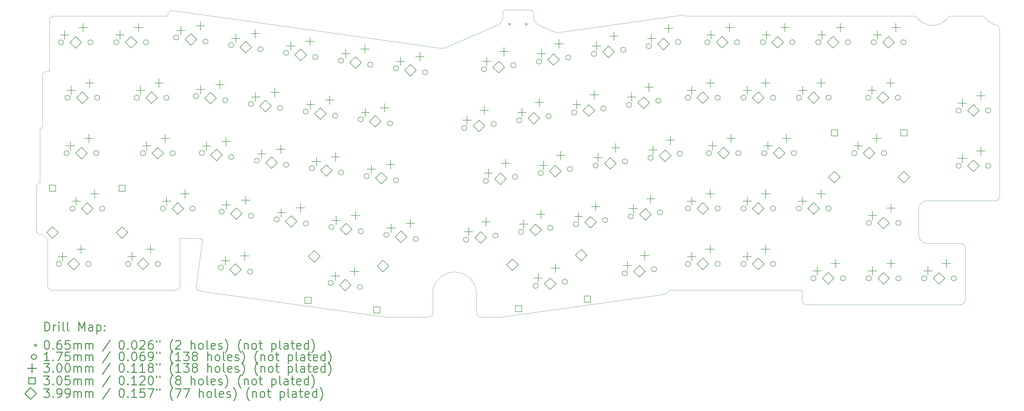
<source format=gbr>
%FSLAX45Y45*%
G04 Gerber Fmt 4.5, Leading zero omitted, Abs format (unit mm)*
G04 Created by KiCad (PCBNEW (5.1.9)-1) date 2021-06-30 09:07:26*
%MOMM*%
%LPD*%
G01*
G04 APERTURE LIST*
%TA.AperFunction,Profile*%
%ADD10C,0.100000*%
%TD*%
%ADD11C,0.200000*%
%ADD12C,0.300000*%
G04 APERTURE END LIST*
D10*
X-350000Y1705000D02*
X-200000Y1555000D01*
X16676077Y8908506D02*
G75*
G02*
X16495700Y9183625I119623J275119D01*
G01*
X17196080Y8682408D02*
X16676077Y8908506D01*
X17357454Y8660446D02*
G75*
G02*
X17196080Y8682408I-41752J297080D01*
G01*
X21611421Y9258303D02*
X17357454Y8660446D01*
X21611421Y9258303D02*
G75*
G02*
X21734021Y9220000I20876J-148540D01*
G01*
X29562946Y9220000D02*
X21734021Y9220000D01*
X29562946Y9220000D02*
G75*
G02*
X29683139Y9159742I0J-150000D01*
G01*
X30724811Y9159742D02*
G75*
G02*
X29683139Y9159742I-520836J388883D01*
G01*
X30724811Y9159742D02*
G75*
G02*
X30845004Y9220000I120193J-89742D01*
G01*
X31882446Y9220000D02*
X30845004Y9220000D01*
X31882446Y9220000D02*
G75*
G02*
X32002639Y9159742I0J-150000D01*
G01*
X32389412Y8912601D02*
G75*
G02*
X32002639Y9159742I134063J636025D01*
G01*
X32389412Y8912601D02*
G75*
G02*
X32508475Y8765826I-30938J-146775D01*
G01*
X32508475Y3021850D02*
X32508475Y8765826D01*
X32508475Y3021850D02*
G75*
G02*
X32358475Y2871850I-150000J0D01*
G01*
X30022525Y2871850D02*
X32358475Y2871850D01*
X29722525Y2571850D02*
G75*
G02*
X30022525Y2871850I300000J0D01*
G01*
X29722525Y1704850D02*
X29722525Y2571850D01*
X30022525Y1404850D02*
G75*
G02*
X29722525Y1704850I0J300000D01*
G01*
X31177525Y1404850D02*
X30022525Y1404850D01*
X31177525Y1404850D02*
G75*
G02*
X31327525Y1254850I0J-150000D01*
G01*
X31327525Y-545150D02*
X31327525Y1254850D01*
X31327525Y-545150D02*
G75*
G02*
X31177525Y-695150I-150000J0D01*
G01*
X25867525Y-695150D02*
X31177525Y-695150D01*
X25867525Y-695150D02*
G75*
G02*
X25717525Y-545150I0J150000D01*
G01*
X25717525Y-200000D02*
X25717525Y-545150D01*
X21134093Y-200000D02*
X25717525Y-200000D01*
X21134093Y-200000D02*
G75*
G02*
X21005244Y-339466I-149725J9075D01*
G01*
X15365651Y-1132059D02*
X21005244Y-339466D01*
X15365651Y-1132059D02*
G75*
G02*
X15344775Y-1133519I-20876J148540D01*
G01*
X14685254Y-1133519D02*
X15344775Y-1133519D01*
X14685254Y-1133519D02*
G75*
G02*
X14535254Y-983519I0J150000D01*
G01*
X14535254Y-327779D02*
X14535254Y-983519D01*
X13035254Y-327779D02*
G75*
G02*
X14535254Y-327779I750000J0D01*
G01*
X13035254Y-327779D02*
X13035254Y-983519D01*
X13035254Y-983519D02*
G75*
G02*
X12885254Y-1133519I-150000J0D01*
G01*
X11471914Y-1133519D02*
X12885254Y-1133519D01*
X11471914Y-1133519D02*
G75*
G02*
X11451038Y-1132059I0J150000D01*
G01*
X5029602Y-229585D02*
X11451038Y-1132059D01*
X5029602Y-229585D02*
G75*
G02*
X4901937Y-60169I20876J148540D01*
G01*
X4901937Y-60169D02*
X5128790Y1553968D01*
X5128790Y1553968D02*
X4943563Y1580000D01*
X4943563Y1580000D02*
X4344375Y1580000D01*
X4344375Y1580000D02*
X4344375Y-50000D01*
X4344375Y-50000D02*
G75*
G02*
X4194375Y-200000I-150000J0D01*
G01*
X-50000Y-200000D02*
X4194375Y-200000D01*
X-50000Y-200000D02*
G75*
G02*
X-200000Y-50000I0J150000D01*
G01*
X-200000Y1555000D02*
X-200000Y-50000D01*
X-427075Y1705000D02*
X-350000Y1705000D01*
X-427075Y1705000D02*
G75*
G02*
X-577075Y1855000I0J150000D01*
G01*
X-577075Y3359802D02*
X-577075Y1855000D01*
X-577075Y3359802D02*
G75*
G02*
X-464725Y3505000I150000J0D01*
G01*
X-464725Y5275423D02*
X-464725Y3505000D01*
X-464725Y5275423D02*
G75*
G02*
X-380975Y5410000I150000J0D01*
G01*
X-380975Y7165000D02*
X-380975Y5410000D01*
X-380975Y7165000D02*
G75*
G02*
X-230975Y7315000I150000J0D01*
G01*
X-133325Y7315000D02*
X-230975Y7315000D01*
X-133325Y9070000D02*
X-133325Y7315000D01*
X-133325Y9070000D02*
G75*
G02*
X16675Y9220000I150000J0D01*
G01*
X3927757Y9220000D02*
X16675Y9220000D01*
X3936904Y9285085D02*
X3927757Y9220000D01*
X3936904Y9285085D02*
G75*
G02*
X4106320Y9412749I148540J-20876D01*
G01*
X13324561Y8117210D02*
X4106320Y9412749D01*
X13485936Y8139171D02*
G75*
G02*
X13324561Y8117210I-119623J275119D01*
G01*
X15255322Y8908506D02*
X13485936Y8139171D01*
X15435700Y9183625D02*
G75*
G02*
X15255322Y8908506I-300000J0D01*
G01*
X15435700Y9333625D02*
X15435700Y9183625D01*
X15435700Y9333625D02*
G75*
G02*
X15535700Y9433625I100000J0D01*
G01*
X16395700Y9433625D02*
X15535700Y9433625D01*
X16395700Y9433625D02*
G75*
G02*
X16495700Y9333625I0J-100000D01*
G01*
X16495700Y9183625D02*
X16495700Y9333625D01*
D11*
X15641500Y8975500D02*
X15706500Y8910500D01*
X15706500Y8975500D02*
X15641500Y8910500D01*
X16219500Y8975500D02*
X16284500Y8910500D01*
X16284500Y8975500D02*
X16219500Y8910500D01*
X277500Y698000D02*
G75*
G03*
X277500Y698000I-87500J0D01*
G01*
X346500Y8318000D02*
G75*
G03*
X346500Y8318000I-87500J0D01*
G01*
X545500Y4508000D02*
G75*
G03*
X545500Y4508000I-87500J0D01*
G01*
X575500Y6414000D02*
G75*
G03*
X575500Y6414000I-87500J0D01*
G01*
X746500Y2603000D02*
G75*
G03*
X746500Y2603000I-87500J0D01*
G01*
X1293500Y698000D02*
G75*
G03*
X1293500Y698000I-87500J0D01*
G01*
X1362500Y8318000D02*
G75*
G03*
X1362500Y8318000I-87500J0D01*
G01*
X1561500Y4508000D02*
G75*
G03*
X1561500Y4508000I-87500J0D01*
G01*
X1591500Y6414000D02*
G75*
G03*
X1591500Y6414000I-87500J0D01*
G01*
X1762500Y2603000D02*
G75*
G03*
X1762500Y2603000I-87500J0D01*
G01*
X2250500Y8321000D02*
G75*
G03*
X2250500Y8321000I-87500J0D01*
G01*
X2661500Y700000D02*
G75*
G03*
X2661500Y700000I-87500J0D01*
G01*
X2956500Y6414000D02*
G75*
G03*
X2956500Y6414000I-87500J0D01*
G01*
X3168500Y4506000D02*
G75*
G03*
X3168500Y4506000I-87500J0D01*
G01*
X3266500Y8321000D02*
G75*
G03*
X3266500Y8321000I-87500J0D01*
G01*
X3677500Y700000D02*
G75*
G03*
X3677500Y700000I-87500J0D01*
G01*
X3851500Y2604000D02*
G75*
G03*
X3851500Y2604000I-87500J0D01*
G01*
X3972500Y6414000D02*
G75*
G03*
X3972500Y6414000I-87500J0D01*
G01*
X4184500Y4506000D02*
G75*
G03*
X4184500Y4506000I-87500J0D01*
G01*
X4308444Y8486700D02*
G75*
G03*
X4308444Y8486700I-87500J0D01*
G01*
X4867500Y2604000D02*
G75*
G03*
X4867500Y2604000I-87500J0D01*
G01*
X4984830Y6468019D02*
G75*
G03*
X4984830Y6468019I-87500J0D01*
G01*
X5191320Y4515278D02*
G75*
G03*
X5191320Y4515278I-87500J0D01*
G01*
X5314556Y8345300D02*
G75*
G03*
X5314556Y8345300I-87500J0D01*
G01*
X5840109Y576653D02*
G75*
G03*
X5840109Y576653I-87500J0D01*
G01*
X5869426Y2496255D02*
G75*
G03*
X5869426Y2496255I-87500J0D01*
G01*
X5990942Y6326620D02*
G75*
G03*
X5990942Y6326620I-87500J0D01*
G01*
X6195444Y8222700D02*
G75*
G03*
X6195444Y8222700I-87500J0D01*
G01*
X6197433Y4373878D02*
G75*
G03*
X6197433Y4373878I-87500J0D01*
G01*
X6846221Y435253D02*
G75*
G03*
X6846221Y435253I-87500J0D01*
G01*
X6871290Y6202895D02*
G75*
G03*
X6871290Y6202895I-87500J0D01*
G01*
X6875538Y2354855D02*
G75*
G03*
X6875538Y2354855I-87500J0D01*
G01*
X7077781Y4250153D02*
G75*
G03*
X7077781Y4250153I-87500J0D01*
G01*
X7201556Y8081300D02*
G75*
G03*
X7201556Y8081300I-87500J0D01*
G01*
X7755886Y2231130D02*
G75*
G03*
X7755886Y2231130I-87500J0D01*
G01*
X7877403Y6061495D02*
G75*
G03*
X7877403Y6061495I-87500J0D01*
G01*
X8080444Y7957700D02*
G75*
G03*
X8080444Y7957700I-87500J0D01*
G01*
X8083893Y4108753D02*
G75*
G03*
X8083893Y4108753I-87500J0D01*
G01*
X8757751Y5937770D02*
G75*
G03*
X8757751Y5937770I-87500J0D01*
G01*
X8761999Y2089730D02*
G75*
G03*
X8761999Y2089730I-87500J0D01*
G01*
X8964242Y3985028D02*
G75*
G03*
X8964242Y3985028I-87500J0D01*
G01*
X9086556Y7816300D02*
G75*
G03*
X9086556Y7816300I-87500J0D01*
G01*
X9613030Y46404D02*
G75*
G03*
X9613030Y46404I-87500J0D01*
G01*
X9642347Y1966005D02*
G75*
G03*
X9642347Y1966005I-87500J0D01*
G01*
X9763864Y5796370D02*
G75*
G03*
X9763864Y5796370I-87500J0D01*
G01*
X9968444Y7691700D02*
G75*
G03*
X9968444Y7691700I-87500J0D01*
G01*
X9970354Y3843628D02*
G75*
G03*
X9970354Y3843628I-87500J0D01*
G01*
X10619142Y-94996D02*
G75*
G03*
X10619142Y-94996I-87500J0D01*
G01*
X10644212Y5672645D02*
G75*
G03*
X10644212Y5672645I-87500J0D01*
G01*
X10648460Y1824605D02*
G75*
G03*
X10648460Y1824605I-87500J0D01*
G01*
X10850702Y3719903D02*
G75*
G03*
X10850702Y3719903I-87500J0D01*
G01*
X10974556Y7550300D02*
G75*
G03*
X10974556Y7550300I-87500J0D01*
G01*
X11528808Y1700880D02*
G75*
G03*
X11528808Y1700880I-87500J0D01*
G01*
X11650324Y5531245D02*
G75*
G03*
X11650324Y5531245I-87500J0D01*
G01*
X11853444Y7427700D02*
G75*
G03*
X11853444Y7427700I-87500J0D01*
G01*
X11856815Y3578504D02*
G75*
G03*
X11856815Y3578504I-87500J0D01*
G01*
X12534920Y1559480D02*
G75*
G03*
X12534920Y1559480I-87500J0D01*
G01*
X12859556Y7286300D02*
G75*
G03*
X12859556Y7286300I-87500J0D01*
G01*
X14206445Y5373683D02*
G75*
G03*
X14206445Y5373683I-87500J0D01*
G01*
X14265080Y1534480D02*
G75*
G03*
X14265080Y1534480I-87500J0D01*
G01*
X14884551Y7392706D02*
G75*
G03*
X14884551Y7392706I-87500J0D01*
G01*
X14943185Y3553504D02*
G75*
G03*
X14943185Y3553504I-87500J0D01*
G01*
X15212558Y5515083D02*
G75*
G03*
X15212558Y5515083I-87500J0D01*
G01*
X15271192Y1675880D02*
G75*
G03*
X15271192Y1675880I-87500J0D01*
G01*
X15890663Y7534106D02*
G75*
G03*
X15890663Y7534106I-87500J0D01*
G01*
X15949298Y3694903D02*
G75*
G03*
X15949298Y3694903I-87500J0D01*
G01*
X16092906Y5638808D02*
G75*
G03*
X16092906Y5638808I-87500J0D01*
G01*
X16151540Y1799605D02*
G75*
G03*
X16151540Y1799605I-87500J0D01*
G01*
X16652473Y-53715D02*
G75*
G03*
X16652473Y-53715I-87500J0D01*
G01*
X16771012Y7657831D02*
G75*
G03*
X16771012Y7657831I-87500J0D01*
G01*
X16829646Y3818628D02*
G75*
G03*
X16829646Y3818628I-87500J0D01*
G01*
X17099019Y5780208D02*
G75*
G03*
X17099019Y5780208I-87500J0D01*
G01*
X17157653Y1941005D02*
G75*
G03*
X17157653Y1941005I-87500J0D01*
G01*
X17658585Y87685D02*
G75*
G03*
X17658585Y87685I-87500J0D01*
G01*
X17777124Y7799231D02*
G75*
G03*
X17777124Y7799231I-87500J0D01*
G01*
X17835758Y3960028D02*
G75*
G03*
X17835758Y3960028I-87500J0D01*
G01*
X17979367Y5903933D02*
G75*
G03*
X17979367Y5903933I-87500J0D01*
G01*
X18038001Y2064730D02*
G75*
G03*
X18038001Y2064730I-87500J0D01*
G01*
X18657472Y7922956D02*
G75*
G03*
X18657472Y7922956I-87500J0D01*
G01*
X18716107Y4083753D02*
G75*
G03*
X18716107Y4083753I-87500J0D01*
G01*
X18985479Y6045332D02*
G75*
G03*
X18985479Y6045332I-87500J0D01*
G01*
X19044114Y2206130D02*
G75*
G03*
X19044114Y2206130I-87500J0D01*
G01*
X19663585Y8064355D02*
G75*
G03*
X19663585Y8064355I-87500J0D01*
G01*
X19717971Y377113D02*
G75*
G03*
X19717971Y377113I-87500J0D01*
G01*
X19722219Y4225153D02*
G75*
G03*
X19722219Y4225153I-87500J0D01*
G01*
X19865828Y6169057D02*
G75*
G03*
X19865828Y6169057I-87500J0D01*
G01*
X19924462Y2329855D02*
G75*
G03*
X19924462Y2329855I-87500J0D01*
G01*
X20543933Y8188080D02*
G75*
G03*
X20543933Y8188080I-87500J0D01*
G01*
X20602567Y4348878D02*
G75*
G03*
X20602567Y4348878I-87500J0D01*
G01*
X20724084Y518513D02*
G75*
G03*
X20724084Y518513I-87500J0D01*
G01*
X20871940Y6310457D02*
G75*
G03*
X20871940Y6310457I-87500J0D01*
G01*
X20930574Y2471255D02*
G75*
G03*
X20930574Y2471255I-87500J0D01*
G01*
X21550045Y8329480D02*
G75*
G03*
X21550045Y8329480I-87500J0D01*
G01*
X21608680Y4490278D02*
G75*
G03*
X21608680Y4490278I-87500J0D01*
G01*
X21890500Y701000D02*
G75*
G03*
X21890500Y701000I-87500J0D01*
G01*
X21891500Y6414750D02*
G75*
G03*
X21891500Y6414750I-87500J0D01*
G01*
X21891500Y2604750D02*
G75*
G03*
X21891500Y2604750I-87500J0D01*
G01*
X22556875Y8321750D02*
G75*
G03*
X22556875Y8321750I-87500J0D01*
G01*
X22605875Y4509750D02*
G75*
G03*
X22605875Y4509750I-87500J0D01*
G01*
X22906500Y701000D02*
G75*
G03*
X22906500Y701000I-87500J0D01*
G01*
X22907500Y6414750D02*
G75*
G03*
X22907500Y6414750I-87500J0D01*
G01*
X22907500Y2604750D02*
G75*
G03*
X22907500Y2604750I-87500J0D01*
G01*
X23572875Y8321750D02*
G75*
G03*
X23572875Y8321750I-87500J0D01*
G01*
X23621875Y4509750D02*
G75*
G03*
X23621875Y4509750I-87500J0D01*
G01*
X23796500Y6414750D02*
G75*
G03*
X23796500Y6414750I-87500J0D01*
G01*
X23796500Y2604750D02*
G75*
G03*
X23796500Y2604750I-87500J0D01*
G01*
X23797500Y701000D02*
G75*
G03*
X23797500Y701000I-87500J0D01*
G01*
X24461875Y8321750D02*
G75*
G03*
X24461875Y8321750I-87500J0D01*
G01*
X24510875Y4509750D02*
G75*
G03*
X24510875Y4509750I-87500J0D01*
G01*
X24812500Y6414750D02*
G75*
G03*
X24812500Y6414750I-87500J0D01*
G01*
X24812500Y2604750D02*
G75*
G03*
X24812500Y2604750I-87500J0D01*
G01*
X24813500Y701000D02*
G75*
G03*
X24813500Y701000I-87500J0D01*
G01*
X25477875Y8321750D02*
G75*
G03*
X25477875Y8321750I-87500J0D01*
G01*
X25526875Y4509750D02*
G75*
G03*
X25526875Y4509750I-87500J0D01*
G01*
X25701500Y6414750D02*
G75*
G03*
X25701500Y6414750I-87500J0D01*
G01*
X25701500Y2604750D02*
G75*
G03*
X25701500Y2604750I-87500J0D01*
G01*
X26198500Y206000D02*
G75*
G03*
X26198500Y206000I-87500J0D01*
G01*
X26366875Y8321750D02*
G75*
G03*
X26366875Y8321750I-87500J0D01*
G01*
X26717500Y6414750D02*
G75*
G03*
X26717500Y6414750I-87500J0D01*
G01*
X26717500Y2604750D02*
G75*
G03*
X26717500Y2604750I-87500J0D01*
G01*
X27214500Y206000D02*
G75*
G03*
X27214500Y206000I-87500J0D01*
G01*
X27382875Y8321750D02*
G75*
G03*
X27382875Y8321750I-87500J0D01*
G01*
X27606500Y4509750D02*
G75*
G03*
X27606500Y4509750I-87500J0D01*
G01*
X28082750Y6414750D02*
G75*
G03*
X28082750Y6414750I-87500J0D01*
G01*
X28101500Y2110000D02*
G75*
G03*
X28101500Y2110000I-87500J0D01*
G01*
X28101500Y205000D02*
G75*
G03*
X28101500Y205000I-87500J0D01*
G01*
X28271875Y8321750D02*
G75*
G03*
X28271875Y8321750I-87500J0D01*
G01*
X28622500Y4509750D02*
G75*
G03*
X28622500Y4509750I-87500J0D01*
G01*
X29098750Y6414750D02*
G75*
G03*
X29098750Y6414750I-87500J0D01*
G01*
X29117500Y2110000D02*
G75*
G03*
X29117500Y2110000I-87500J0D01*
G01*
X29117500Y205000D02*
G75*
G03*
X29117500Y205000I-87500J0D01*
G01*
X29287875Y8321750D02*
G75*
G03*
X29287875Y8321750I-87500J0D01*
G01*
X30004500Y206000D02*
G75*
G03*
X30004500Y206000I-87500J0D01*
G01*
X31020500Y206000D02*
G75*
G03*
X31020500Y206000I-87500J0D01*
G01*
X31187500Y5976000D02*
G75*
G03*
X31187500Y5976000I-87500J0D01*
G01*
X31187500Y4074000D02*
G75*
G03*
X31187500Y4074000I-87500J0D01*
G01*
X32203500Y5976000D02*
G75*
G03*
X32203500Y5976000I-87500J0D01*
G01*
X32203500Y4074000D02*
G75*
G03*
X32203500Y4074000I-87500J0D01*
G01*
X317000Y1102000D02*
X317000Y802000D01*
X167000Y952000D02*
X467000Y952000D01*
X386000Y8722000D02*
X386000Y8422000D01*
X236000Y8572000D02*
X536000Y8572000D01*
X585000Y4912000D02*
X585000Y4612000D01*
X435000Y4762000D02*
X735000Y4762000D01*
X615000Y6818000D02*
X615000Y6518000D01*
X465000Y6668000D02*
X765000Y6668000D01*
X786000Y3007000D02*
X786000Y2707000D01*
X636000Y2857000D02*
X936000Y2857000D01*
X952000Y1356000D02*
X952000Y1056000D01*
X802000Y1206000D02*
X1102000Y1206000D01*
X1021000Y8976000D02*
X1021000Y8676000D01*
X871000Y8826000D02*
X1171000Y8826000D01*
X1220000Y5166000D02*
X1220000Y4866000D01*
X1070000Y5016000D02*
X1370000Y5016000D01*
X1250000Y7072000D02*
X1250000Y6772000D01*
X1100000Y6922000D02*
X1400000Y6922000D01*
X1421000Y3261000D02*
X1421000Y2961000D01*
X1271000Y3111000D02*
X1571000Y3111000D01*
X2290000Y8725000D02*
X2290000Y8425000D01*
X2140000Y8575000D02*
X2440000Y8575000D01*
X2701000Y1104000D02*
X2701000Y804000D01*
X2551000Y954000D02*
X2851000Y954000D01*
X2925000Y8979000D02*
X2925000Y8679000D01*
X2775000Y8829000D02*
X3075000Y8829000D01*
X2996000Y6818000D02*
X2996000Y6518000D01*
X2846000Y6668000D02*
X3146000Y6668000D01*
X3208000Y4910000D02*
X3208000Y4610000D01*
X3058000Y4760000D02*
X3358000Y4760000D01*
X3336000Y1358000D02*
X3336000Y1058000D01*
X3186000Y1208000D02*
X3486000Y1208000D01*
X3631000Y7072000D02*
X3631000Y6772000D01*
X3481000Y6922000D02*
X3781000Y6922000D01*
X3843000Y5164000D02*
X3843000Y4864000D01*
X3693000Y5014000D02*
X3993000Y5014000D01*
X3891000Y3008000D02*
X3891000Y2708000D01*
X3741000Y2858000D02*
X4041000Y2858000D01*
X4382058Y8870553D02*
X4382058Y8570553D01*
X4232058Y8720553D02*
X4532058Y8720553D01*
X4526000Y3262000D02*
X4526000Y2962000D01*
X4376000Y3112000D02*
X4676000Y3112000D01*
X5046228Y9033706D02*
X5046228Y8733706D01*
X4896228Y8883706D02*
X5196228Y8883706D01*
X5058444Y6851873D02*
X5058444Y6551873D01*
X4908444Y6701873D02*
X5208444Y6701873D01*
X5264934Y4899131D02*
X5264934Y4599131D01*
X5114934Y4749131D02*
X5414934Y4749131D01*
X5722614Y7015026D02*
X5722614Y6715026D01*
X5572614Y6865026D02*
X5872614Y6865026D01*
X5913723Y960506D02*
X5913723Y660506D01*
X5763723Y810506D02*
X6063723Y810506D01*
X5929104Y5062284D02*
X5929104Y4762284D01*
X5779104Y4912284D02*
X6079104Y4912284D01*
X5943040Y2880108D02*
X5943040Y2580108D01*
X5793040Y2730108D02*
X6093040Y2730108D01*
X6269058Y8606553D02*
X6269058Y8306553D01*
X6119058Y8456553D02*
X6419058Y8456553D01*
X6577893Y1123660D02*
X6577893Y823660D01*
X6427893Y973660D02*
X6727893Y973660D01*
X6607210Y3043261D02*
X6607210Y2743261D01*
X6457210Y2893261D02*
X6757210Y2893261D01*
X6933228Y8769706D02*
X6933228Y8469706D01*
X6783228Y8619706D02*
X7083228Y8619706D01*
X6944904Y6586748D02*
X6944904Y6286748D01*
X6794904Y6436748D02*
X7094904Y6436748D01*
X7151395Y4634006D02*
X7151395Y4334006D01*
X7001395Y4484006D02*
X7301395Y4484006D01*
X7609075Y6749901D02*
X7609075Y6449901D01*
X7459075Y6599901D02*
X7759075Y6599901D01*
X7815565Y4797159D02*
X7815565Y4497159D01*
X7665565Y4647159D02*
X7965565Y4647159D01*
X7829500Y2614983D02*
X7829500Y2314983D01*
X7679500Y2464983D02*
X7979500Y2464983D01*
X8154058Y8341553D02*
X8154058Y8041553D01*
X8004058Y8191553D02*
X8304058Y8191553D01*
X8493671Y2778136D02*
X8493671Y2478136D01*
X8343671Y2628136D02*
X8643671Y2628136D01*
X8818228Y8504706D02*
X8818228Y8204706D01*
X8668228Y8354706D02*
X8968228Y8354706D01*
X8831365Y6321623D02*
X8831365Y6021623D01*
X8681365Y6171623D02*
X8981365Y6171623D01*
X9037856Y4368881D02*
X9037856Y4068881D01*
X8887856Y4218881D02*
X9187856Y4218881D01*
X9495535Y6484776D02*
X9495535Y6184776D01*
X9345535Y6334776D02*
X9645535Y6334776D01*
X9686644Y430257D02*
X9686644Y130257D01*
X9536644Y280257D02*
X9836644Y280257D01*
X9702026Y4532034D02*
X9702026Y4232034D01*
X9552026Y4382034D02*
X9852026Y4382034D01*
X9715961Y2349858D02*
X9715961Y2049858D01*
X9565961Y2199858D02*
X9865961Y2199858D01*
X10042058Y8075553D02*
X10042058Y7775553D01*
X9892058Y7925553D02*
X10192058Y7925553D01*
X10350814Y593410D02*
X10350814Y293410D01*
X10200814Y443410D02*
X10500814Y443410D01*
X10380131Y2513011D02*
X10380131Y2213011D01*
X10230131Y2363011D02*
X10530131Y2363011D01*
X10706228Y8238706D02*
X10706228Y7938706D01*
X10556228Y8088706D02*
X10856228Y8088706D01*
X10717826Y6056498D02*
X10717826Y5756498D01*
X10567826Y5906498D02*
X10867826Y5906498D01*
X10924316Y4103756D02*
X10924316Y3803756D01*
X10774316Y3953756D02*
X11074316Y3953756D01*
X11381996Y6219651D02*
X11381996Y5919651D01*
X11231996Y6069651D02*
X11531996Y6069651D01*
X11588486Y4266910D02*
X11588486Y3966910D01*
X11438486Y4116910D02*
X11738486Y4116910D01*
X11602422Y2084733D02*
X11602422Y1784733D01*
X11452422Y1934733D02*
X11752422Y1934733D01*
X11927058Y7811553D02*
X11927058Y7511553D01*
X11777058Y7661553D02*
X12077058Y7661553D01*
X12266592Y2247887D02*
X12266592Y1947887D01*
X12116592Y2097887D02*
X12416592Y2097887D01*
X12591228Y7974706D02*
X12591228Y7674706D01*
X12441228Y7824706D02*
X12741228Y7824706D01*
X14209360Y5792886D02*
X14209360Y5492886D01*
X14059360Y5642886D02*
X14359360Y5642886D01*
X14267994Y1953683D02*
X14267994Y1653683D01*
X14117994Y1803683D02*
X14417994Y1803683D01*
X14802830Y6132789D02*
X14802830Y5832789D01*
X14652830Y5982789D02*
X14952830Y5982789D01*
X14861464Y2293587D02*
X14861464Y1993586D01*
X14711464Y2143587D02*
X15011464Y2143587D01*
X14887465Y7811909D02*
X14887465Y7511909D01*
X14737465Y7661909D02*
X15037465Y7661909D01*
X14946099Y3972707D02*
X14946099Y3672707D01*
X14796099Y3822707D02*
X15096099Y3822707D01*
X15480935Y8151812D02*
X15480935Y7851812D01*
X15330935Y8001812D02*
X15630935Y8001812D01*
X15539570Y4312610D02*
X15539570Y4012610D01*
X15389570Y4162610D02*
X15689570Y4162610D01*
X16095820Y6058011D02*
X16095820Y5758011D01*
X15945820Y5908011D02*
X16245820Y5908011D01*
X16154455Y2218808D02*
X16154455Y1918808D01*
X16004455Y2068808D02*
X16304455Y2068808D01*
X16655387Y365488D02*
X16655387Y65488D01*
X16505387Y215488D02*
X16805387Y215488D01*
X16689290Y6397914D02*
X16689290Y6097914D01*
X16539290Y6247914D02*
X16839291Y6247914D01*
X16747925Y2558711D02*
X16747925Y2258711D01*
X16597925Y2408711D02*
X16897925Y2408711D01*
X16773926Y8077034D02*
X16773926Y7777034D01*
X16623926Y7927034D02*
X16923926Y7927034D01*
X16832560Y4237831D02*
X16832560Y3937831D01*
X16682560Y4087831D02*
X16982560Y4087831D01*
X17248857Y705391D02*
X17248857Y405391D01*
X17098857Y555391D02*
X17398857Y555391D01*
X17367396Y8416937D02*
X17367396Y8116937D01*
X17217396Y8266937D02*
X17517396Y8266937D01*
X17426030Y4577734D02*
X17426030Y4277734D01*
X17276030Y4427734D02*
X17576030Y4427734D01*
X17982281Y6323136D02*
X17982281Y6023136D01*
X17832281Y6173136D02*
X18132281Y6173136D01*
X18040915Y2483933D02*
X18040915Y2183933D01*
X17890915Y2333933D02*
X18190915Y2333933D01*
X18575751Y6663039D02*
X18575751Y6363039D01*
X18425751Y6513039D02*
X18725751Y6513039D01*
X18634386Y2823836D02*
X18634386Y2523836D01*
X18484386Y2673836D02*
X18784386Y2673836D01*
X18660387Y8342159D02*
X18660387Y8042159D01*
X18510387Y8192159D02*
X18810387Y8192159D01*
X18719021Y4502956D02*
X18719021Y4202956D01*
X18569021Y4352956D02*
X18869021Y4352956D01*
X19253857Y8682062D02*
X19253857Y8382062D01*
X19103857Y8532062D02*
X19403857Y8532062D01*
X19312491Y4842859D02*
X19312491Y4542859D01*
X19162491Y4692859D02*
X19462491Y4692859D01*
X19720886Y796316D02*
X19720886Y496316D01*
X19570886Y646316D02*
X19870886Y646316D01*
X19868742Y6588260D02*
X19868742Y6288260D01*
X19718742Y6438260D02*
X20018742Y6438260D01*
X19927376Y2749058D02*
X19927376Y2449058D01*
X19777376Y2599058D02*
X20077376Y2599058D01*
X20314356Y1136219D02*
X20314356Y836219D01*
X20164356Y986219D02*
X20464356Y986219D01*
X20462212Y6928163D02*
X20462212Y6628163D01*
X20312212Y6778163D02*
X20612212Y6778163D01*
X20520846Y3088961D02*
X20520846Y2788961D01*
X20370846Y2938961D02*
X20670846Y2938961D01*
X20546847Y8607283D02*
X20546847Y8307283D01*
X20396847Y8457283D02*
X20696847Y8457283D01*
X20605482Y4768081D02*
X20605482Y4468081D01*
X20455482Y4618081D02*
X20755482Y4618081D01*
X21140317Y8947186D02*
X21140317Y8647186D01*
X20990317Y8797186D02*
X21290317Y8797186D01*
X21198952Y5107984D02*
X21198952Y4807984D01*
X21048952Y4957984D02*
X21348952Y4957984D01*
X21930000Y1105000D02*
X21930000Y805000D01*
X21780000Y955000D02*
X22080000Y955000D01*
X21931000Y6818750D02*
X21931000Y6518750D01*
X21781000Y6668750D02*
X22081000Y6668750D01*
X21931000Y3008750D02*
X21931000Y2708750D01*
X21781000Y2858750D02*
X22081000Y2858750D01*
X22565000Y1359000D02*
X22565000Y1059000D01*
X22415000Y1209000D02*
X22715000Y1209000D01*
X22566000Y7072750D02*
X22566000Y6772750D01*
X22416000Y6922750D02*
X22716000Y6922750D01*
X22566000Y3262750D02*
X22566000Y2962750D01*
X22416000Y3112750D02*
X22716000Y3112750D01*
X22596375Y8725750D02*
X22596375Y8425750D01*
X22446375Y8575750D02*
X22746375Y8575750D01*
X22645375Y4913750D02*
X22645375Y4613750D01*
X22495375Y4763750D02*
X22795375Y4763750D01*
X23231375Y8979750D02*
X23231375Y8679750D01*
X23081375Y8829750D02*
X23381375Y8829750D01*
X23280375Y5167750D02*
X23280375Y4867750D01*
X23130375Y5017750D02*
X23430375Y5017750D01*
X23836000Y6818750D02*
X23836000Y6518750D01*
X23686000Y6668750D02*
X23986000Y6668750D01*
X23836000Y3008750D02*
X23836000Y2708750D01*
X23686000Y2858750D02*
X23986000Y2858750D01*
X23837000Y1105000D02*
X23837000Y805000D01*
X23687000Y955000D02*
X23987000Y955000D01*
X24471000Y7072750D02*
X24471000Y6772750D01*
X24321000Y6922750D02*
X24621000Y6922750D01*
X24471000Y3262750D02*
X24471000Y2962750D01*
X24321000Y3112750D02*
X24621000Y3112750D01*
X24472000Y1359000D02*
X24472000Y1059000D01*
X24322000Y1209000D02*
X24622000Y1209000D01*
X24501375Y8725750D02*
X24501375Y8425750D01*
X24351375Y8575750D02*
X24651375Y8575750D01*
X24550375Y4913750D02*
X24550375Y4613750D01*
X24400375Y4763750D02*
X24700375Y4763750D01*
X25136375Y8979750D02*
X25136375Y8679750D01*
X24986375Y8829750D02*
X25286375Y8829750D01*
X25185375Y5167750D02*
X25185375Y4867750D01*
X25035375Y5017750D02*
X25335375Y5017750D01*
X25741000Y6818750D02*
X25741000Y6518750D01*
X25591000Y6668750D02*
X25891000Y6668750D01*
X25741000Y3008750D02*
X25741000Y2708750D01*
X25591000Y2858750D02*
X25891000Y2858750D01*
X26238000Y610000D02*
X26238000Y310000D01*
X26088000Y460000D02*
X26388000Y460000D01*
X26376000Y7072750D02*
X26376000Y6772750D01*
X26226000Y6922750D02*
X26526000Y6922750D01*
X26376000Y3262750D02*
X26376000Y2962750D01*
X26226000Y3112750D02*
X26526000Y3112750D01*
X26406375Y8725750D02*
X26406375Y8425750D01*
X26256375Y8575750D02*
X26556375Y8575750D01*
X26873000Y864000D02*
X26873000Y564000D01*
X26723000Y714000D02*
X27023000Y714000D01*
X27041375Y8979750D02*
X27041375Y8679750D01*
X26891375Y8829750D02*
X27191375Y8829750D01*
X27646000Y4913750D02*
X27646000Y4613750D01*
X27496000Y4763750D02*
X27796000Y4763750D01*
X28122250Y6818750D02*
X28122250Y6518750D01*
X27972250Y6668750D02*
X28272250Y6668750D01*
X28141000Y2514000D02*
X28141000Y2214000D01*
X27991000Y2364000D02*
X28291000Y2364000D01*
X28141000Y609000D02*
X28141000Y309000D01*
X27991000Y459000D02*
X28291000Y459000D01*
X28281000Y5167750D02*
X28281000Y4867750D01*
X28131000Y5017750D02*
X28431000Y5017750D01*
X28311375Y8725750D02*
X28311375Y8425750D01*
X28161375Y8575750D02*
X28461375Y8575750D01*
X28757250Y7072750D02*
X28757250Y6772750D01*
X28607250Y6922750D02*
X28907250Y6922750D01*
X28776000Y2768000D02*
X28776000Y2468000D01*
X28626000Y2618000D02*
X28926000Y2618000D01*
X28776000Y863000D02*
X28776000Y563000D01*
X28626000Y713000D02*
X28926000Y713000D01*
X28946375Y8979750D02*
X28946375Y8679750D01*
X28796375Y8829750D02*
X29096375Y8829750D01*
X30044000Y610000D02*
X30044000Y310000D01*
X29894000Y460000D02*
X30194000Y460000D01*
X30679000Y864000D02*
X30679000Y564000D01*
X30529000Y714000D02*
X30829000Y714000D01*
X31227000Y6380000D02*
X31227000Y6080000D01*
X31077000Y6230000D02*
X31377000Y6230000D01*
X31227000Y4478000D02*
X31227000Y4178000D01*
X31077000Y4328000D02*
X31377000Y4328000D01*
X31862000Y6634000D02*
X31862000Y6334000D01*
X31712000Y6484000D02*
X32012000Y6484000D01*
X31862000Y4732000D02*
X31862000Y4432000D01*
X31712000Y4582000D02*
X32012000Y4582000D01*
X80964Y3193736D02*
X80964Y3409264D01*
X-134564Y3409264D01*
X-134564Y3193736D01*
X80964Y3193736D01*
X2468564Y3193736D02*
X2468564Y3409264D01*
X2253036Y3409264D01*
X2253036Y3193736D01*
X2468564Y3193736D01*
X8856956Y-657618D02*
X8856956Y-442089D01*
X8641428Y-442089D01*
X8641428Y-657618D01*
X8856956Y-657618D01*
X11221320Y-989907D02*
X11221320Y-774379D01*
X11005792Y-774379D01*
X11005792Y-989907D01*
X11221320Y-989907D01*
X16090823Y-948626D02*
X16090823Y-733098D01*
X15875295Y-733098D01*
X15875295Y-948626D01*
X16090823Y-948626D01*
X18455188Y-616336D02*
X18455188Y-400808D01*
X18239659Y-400808D01*
X18239659Y-616336D01*
X18455188Y-616336D01*
X26940964Y5100486D02*
X26940964Y5316014D01*
X26725436Y5316014D01*
X26725436Y5100486D01*
X26940964Y5100486D01*
X29328564Y5100486D02*
X29328564Y5316014D01*
X29113036Y5316014D01*
X29113036Y5100486D01*
X29328564Y5100486D01*
X-26800Y1578110D02*
X172590Y1777500D01*
X-26800Y1976890D01*
X-226190Y1777500D01*
X-26800Y1578110D01*
X698000Y498610D02*
X897390Y698000D01*
X698000Y897390D01*
X498610Y698000D01*
X698000Y498610D01*
X767000Y8118610D02*
X966390Y8318000D01*
X767000Y8517390D01*
X567610Y8318000D01*
X767000Y8118610D01*
X966000Y4308610D02*
X1165390Y4508000D01*
X966000Y4707390D01*
X766610Y4508000D01*
X966000Y4308610D01*
X996000Y6214610D02*
X1195390Y6414000D01*
X996000Y6613390D01*
X796610Y6414000D01*
X996000Y6214610D01*
X1167000Y2403610D02*
X1366390Y2603000D01*
X1167000Y2802390D01*
X967610Y2603000D01*
X1167000Y2403610D01*
X2360800Y1578110D02*
X2560190Y1777500D01*
X2360800Y1976890D01*
X2161410Y1777500D01*
X2360800Y1578110D01*
X2671000Y8121610D02*
X2870390Y8321000D01*
X2671000Y8520390D01*
X2471610Y8321000D01*
X2671000Y8121610D01*
X3082000Y500610D02*
X3281390Y700000D01*
X3082000Y899390D01*
X2882610Y700000D01*
X3082000Y500610D01*
X3377000Y6214610D02*
X3576390Y6414000D01*
X3377000Y6613390D01*
X3177610Y6414000D01*
X3377000Y6214610D01*
X3589000Y4306610D02*
X3788390Y4506000D01*
X3589000Y4705390D01*
X3389610Y4506000D01*
X3589000Y4306610D01*
X4272000Y2404610D02*
X4471390Y2604000D01*
X4272000Y2803390D01*
X4072610Y2604000D01*
X4272000Y2404610D01*
X4724000Y8216610D02*
X4923390Y8416000D01*
X4724000Y8615390D01*
X4524610Y8416000D01*
X4724000Y8216610D01*
X5400386Y6197930D02*
X5599776Y6397320D01*
X5400386Y6596710D01*
X5200996Y6397320D01*
X5400386Y6197930D01*
X5606876Y4245188D02*
X5806266Y4444578D01*
X5606876Y4643968D01*
X5407486Y4444578D01*
X5606876Y4245188D01*
X6255665Y306563D02*
X6455055Y505953D01*
X6255665Y705343D01*
X6056275Y505953D01*
X6255665Y306563D01*
X6284982Y2226165D02*
X6484372Y2425555D01*
X6284982Y2624945D01*
X6085592Y2425555D01*
X6284982Y2226165D01*
X6611000Y7952610D02*
X6810390Y8152000D01*
X6611000Y8351390D01*
X6411610Y8152000D01*
X6611000Y7952610D01*
X7286847Y5932805D02*
X7486237Y6132195D01*
X7286847Y6331585D01*
X7087457Y6132195D01*
X7286847Y5932805D01*
X7493337Y3980063D02*
X7692727Y4179453D01*
X7493337Y4378843D01*
X7293947Y4179453D01*
X7493337Y3980063D01*
X8171443Y1961040D02*
X8370833Y2160430D01*
X8171443Y2359820D01*
X7972053Y2160430D01*
X8171443Y1961040D01*
X8496000Y7687610D02*
X8695390Y7887000D01*
X8496000Y8086390D01*
X8296610Y7887000D01*
X8496000Y7687610D01*
X8961292Y759925D02*
X9160682Y959315D01*
X8961292Y1158705D01*
X8761902Y959315D01*
X8961292Y759925D01*
X9173307Y5667680D02*
X9372697Y5867070D01*
X9173307Y6066460D01*
X8973917Y5867070D01*
X9173307Y5667680D01*
X9379798Y3714938D02*
X9579188Y3914328D01*
X9379798Y4113718D01*
X9180408Y3914328D01*
X9379798Y3714938D01*
X10028586Y-223686D02*
X10227976Y-24296D01*
X10028586Y175094D01*
X9829196Y-24296D01*
X10028586Y-223686D01*
X10057903Y1695915D02*
X10257293Y1895305D01*
X10057903Y2094695D01*
X9858513Y1895305D01*
X10057903Y1695915D01*
X10384000Y7421610D02*
X10583390Y7621000D01*
X10384000Y7820390D01*
X10184610Y7621000D01*
X10384000Y7421610D01*
X11059768Y5402555D02*
X11259158Y5601945D01*
X11059768Y5801335D01*
X10860378Y5601945D01*
X11059768Y5402555D01*
X11266258Y3449813D02*
X11465648Y3649203D01*
X11266258Y3848593D01*
X11066868Y3649203D01*
X11266258Y3449813D01*
X11325656Y427635D02*
X11525046Y627025D01*
X11325656Y826415D01*
X11126266Y627025D01*
X11325656Y427635D01*
X11944364Y1430790D02*
X12143754Y1630180D01*
X11944364Y1829570D01*
X11744974Y1630180D01*
X11944364Y1430790D01*
X12269000Y7157610D02*
X12468390Y7357000D01*
X12269000Y7556390D01*
X12069610Y7357000D01*
X12269000Y7157610D01*
X14622002Y5244993D02*
X14821392Y5444383D01*
X14622002Y5643773D01*
X14422612Y5444383D01*
X14622002Y5244993D01*
X14680636Y1405790D02*
X14880026Y1605180D01*
X14680636Y1804570D01*
X14481246Y1605180D01*
X14680636Y1405790D01*
X15300107Y7264016D02*
X15499497Y7463406D01*
X15300107Y7662796D01*
X15100717Y7463406D01*
X15300107Y7264016D01*
X15358742Y3424813D02*
X15558132Y3624203D01*
X15358742Y3823593D01*
X15159352Y3624203D01*
X15358742Y3424813D01*
X15770960Y468916D02*
X15970350Y668307D01*
X15770960Y867696D01*
X15571570Y668307D01*
X15770960Y468916D01*
X16508462Y5510118D02*
X16707852Y5709508D01*
X16508462Y5908898D01*
X16309072Y5709508D01*
X16508462Y5510118D01*
X16567097Y1670915D02*
X16766487Y1870305D01*
X16567097Y2069695D01*
X16367707Y1870305D01*
X16567097Y1670915D01*
X17068029Y-182405D02*
X17267419Y16985D01*
X17068029Y216375D01*
X16868639Y16985D01*
X17068029Y-182405D01*
X17186568Y7529141D02*
X17385958Y7728531D01*
X17186568Y7927921D01*
X16987178Y7728531D01*
X17186568Y7529141D01*
X17245202Y3689938D02*
X17444592Y3889328D01*
X17245202Y4088718D01*
X17045812Y3889328D01*
X17245202Y3689938D01*
X18135324Y801206D02*
X18334714Y1000596D01*
X18135324Y1199986D01*
X17935934Y1000596D01*
X18135324Y801206D01*
X18394923Y5775242D02*
X18594313Y5974632D01*
X18394923Y6174022D01*
X18195533Y5974632D01*
X18394923Y5775242D01*
X18453557Y1936040D02*
X18652947Y2135430D01*
X18453557Y2334820D01*
X18254167Y2135430D01*
X18453557Y1936040D01*
X19073029Y7794265D02*
X19272419Y7993655D01*
X19073029Y8193045D01*
X18873639Y7993655D01*
X19073029Y7794265D01*
X19131663Y3955063D02*
X19331053Y4154453D01*
X19131663Y4353843D01*
X18932273Y4154453D01*
X19131663Y3955063D01*
X20133528Y248423D02*
X20332918Y447813D01*
X20133528Y647203D01*
X19934138Y447813D01*
X20133528Y248423D01*
X20281384Y6040367D02*
X20480774Y6239757D01*
X20281384Y6439147D01*
X20081994Y6239757D01*
X20281384Y6040367D01*
X20340018Y2201165D02*
X20539408Y2400555D01*
X20340018Y2599945D01*
X20140628Y2400555D01*
X20340018Y2201165D01*
X20959489Y8059390D02*
X21158879Y8258780D01*
X20959489Y8458170D01*
X20760099Y8258780D01*
X20959489Y8059390D01*
X21018124Y4220188D02*
X21217514Y4419578D01*
X21018124Y4618968D01*
X20818734Y4419578D01*
X21018124Y4220188D01*
X22311000Y501610D02*
X22510390Y701000D01*
X22311000Y900390D01*
X22111610Y701000D01*
X22311000Y501610D01*
X22312000Y6215360D02*
X22511390Y6414750D01*
X22312000Y6614140D01*
X22112610Y6414750D01*
X22312000Y6215360D01*
X22312000Y2405360D02*
X22511390Y2604750D01*
X22312000Y2804140D01*
X22112610Y2604750D01*
X22312000Y2405360D01*
X22977375Y8122360D02*
X23176765Y8321750D01*
X22977375Y8521140D01*
X22777985Y8321750D01*
X22977375Y8122360D01*
X23026375Y4310360D02*
X23225765Y4509750D01*
X23026375Y4709140D01*
X22826985Y4509750D01*
X23026375Y4310360D01*
X24217000Y6215360D02*
X24416390Y6414750D01*
X24217000Y6614140D01*
X24017610Y6414750D01*
X24217000Y6215360D01*
X24217000Y2405360D02*
X24416390Y2604750D01*
X24217000Y2804140D01*
X24017610Y2604750D01*
X24217000Y2405360D01*
X24218000Y501610D02*
X24417390Y701000D01*
X24218000Y900390D01*
X24018610Y701000D01*
X24218000Y501610D01*
X24882375Y8122360D02*
X25081765Y8321750D01*
X24882375Y8521140D01*
X24682985Y8321750D01*
X24882375Y8122360D01*
X24931375Y4310360D02*
X25130765Y4509750D01*
X24931375Y4709140D01*
X24731985Y4509750D01*
X24931375Y4310360D01*
X26122000Y6215360D02*
X26321390Y6414750D01*
X26122000Y6614140D01*
X25922610Y6414750D01*
X26122000Y6215360D01*
X26122000Y2405360D02*
X26321390Y2604750D01*
X26122000Y2804140D01*
X25922610Y2604750D01*
X26122000Y2405360D01*
X26619000Y6610D02*
X26818390Y206000D01*
X26619000Y405390D01*
X26419610Y206000D01*
X26619000Y6610D01*
X26787375Y8122360D02*
X26986765Y8321750D01*
X26787375Y8521140D01*
X26587985Y8321750D01*
X26787375Y8122360D01*
X26833200Y3484860D02*
X27032590Y3684250D01*
X26833200Y3883640D01*
X26633810Y3684250D01*
X26833200Y3484860D01*
X28027000Y4310360D02*
X28226390Y4509750D01*
X28027000Y4709140D01*
X27827610Y4509750D01*
X28027000Y4310360D01*
X28503250Y6215360D02*
X28702640Y6414750D01*
X28503250Y6614140D01*
X28303860Y6414750D01*
X28503250Y6215360D01*
X28522000Y1910610D02*
X28721390Y2110000D01*
X28522000Y2309390D01*
X28322610Y2110000D01*
X28522000Y1910610D01*
X28522000Y5610D02*
X28721390Y205000D01*
X28522000Y404390D01*
X28322610Y205000D01*
X28522000Y5610D01*
X28692375Y8122360D02*
X28891765Y8321750D01*
X28692375Y8521140D01*
X28492985Y8321750D01*
X28692375Y8122360D01*
X29220800Y3484860D02*
X29420190Y3684250D01*
X29220800Y3883640D01*
X29021410Y3684250D01*
X29220800Y3484860D01*
X30425000Y6610D02*
X30624390Y206000D01*
X30425000Y405390D01*
X30225610Y206000D01*
X30425000Y6610D01*
X31608000Y5776610D02*
X31807390Y5976000D01*
X31608000Y6175390D01*
X31408610Y5976000D01*
X31608000Y5776610D01*
X31608000Y3874610D02*
X31807390Y4074000D01*
X31608000Y4273390D01*
X31408610Y4074000D01*
X31608000Y3874610D01*
D12*
X-295647Y-1604233D02*
X-295647Y-1304233D01*
X-224218Y-1304233D01*
X-181361Y-1318519D01*
X-152789Y-1347090D01*
X-138504Y-1375662D01*
X-124218Y-1432805D01*
X-124218Y-1475662D01*
X-138504Y-1532805D01*
X-152789Y-1561376D01*
X-181361Y-1589947D01*
X-224218Y-1604233D01*
X-295647Y-1604233D01*
X4353Y-1604233D02*
X4353Y-1404233D01*
X4353Y-1461376D02*
X18639Y-1432805D01*
X32925Y-1418519D01*
X61496Y-1404233D01*
X90068Y-1404233D01*
X190068Y-1604233D02*
X190068Y-1404233D01*
X190068Y-1304233D02*
X175782Y-1318519D01*
X190068Y-1332805D01*
X204353Y-1318519D01*
X190068Y-1304233D01*
X190068Y-1332805D01*
X375782Y-1604233D02*
X347211Y-1589947D01*
X332925Y-1561376D01*
X332925Y-1304233D01*
X532925Y-1604233D02*
X504353Y-1589947D01*
X490068Y-1561376D01*
X490068Y-1304233D01*
X875782Y-1604233D02*
X875782Y-1304233D01*
X975782Y-1518519D01*
X1075782Y-1304233D01*
X1075782Y-1604233D01*
X1347211Y-1604233D02*
X1347211Y-1447090D01*
X1332925Y-1418519D01*
X1304353Y-1404233D01*
X1247211Y-1404233D01*
X1218639Y-1418519D01*
X1347211Y-1589947D02*
X1318639Y-1604233D01*
X1247211Y-1604233D01*
X1218639Y-1589947D01*
X1204353Y-1561376D01*
X1204353Y-1532805D01*
X1218639Y-1504233D01*
X1247211Y-1489947D01*
X1318639Y-1489947D01*
X1347211Y-1475662D01*
X1490068Y-1404233D02*
X1490068Y-1704233D01*
X1490068Y-1418519D02*
X1518639Y-1404233D01*
X1575782Y-1404233D01*
X1604353Y-1418519D01*
X1618639Y-1432805D01*
X1632925Y-1461376D01*
X1632925Y-1547090D01*
X1618639Y-1575662D01*
X1604353Y-1589947D01*
X1575782Y-1604233D01*
X1518639Y-1604233D01*
X1490068Y-1589947D01*
X1761496Y-1575662D02*
X1775782Y-1589947D01*
X1761496Y-1604233D01*
X1747211Y-1589947D01*
X1761496Y-1575662D01*
X1761496Y-1604233D01*
X1761496Y-1418519D02*
X1775782Y-1432805D01*
X1761496Y-1447090D01*
X1747211Y-1432805D01*
X1761496Y-1418519D01*
X1761496Y-1447090D01*
X-647075Y-2066019D02*
X-582075Y-2131019D01*
X-582075Y-2066019D02*
X-647075Y-2131019D01*
X-238504Y-1934233D02*
X-209932Y-1934233D01*
X-181361Y-1948519D01*
X-167075Y-1962805D01*
X-152789Y-1991376D01*
X-138504Y-2048519D01*
X-138504Y-2119947D01*
X-152789Y-2177090D01*
X-167075Y-2205662D01*
X-181361Y-2219947D01*
X-209932Y-2234233D01*
X-238504Y-2234233D01*
X-267075Y-2219947D01*
X-281361Y-2205662D01*
X-295647Y-2177090D01*
X-309932Y-2119947D01*
X-309932Y-2048519D01*
X-295647Y-1991376D01*
X-281361Y-1962805D01*
X-267075Y-1948519D01*
X-238504Y-1934233D01*
X-9932Y-2205662D02*
X4353Y-2219947D01*
X-9932Y-2234233D01*
X-24218Y-2219947D01*
X-9932Y-2205662D01*
X-9932Y-2234233D01*
X261496Y-1934233D02*
X204353Y-1934233D01*
X175782Y-1948519D01*
X161496Y-1962805D01*
X132925Y-2005662D01*
X118639Y-2062805D01*
X118639Y-2177090D01*
X132925Y-2205662D01*
X147211Y-2219947D01*
X175782Y-2234233D01*
X232925Y-2234233D01*
X261496Y-2219947D01*
X275782Y-2205662D01*
X290068Y-2177090D01*
X290068Y-2105662D01*
X275782Y-2077090D01*
X261496Y-2062805D01*
X232925Y-2048519D01*
X175782Y-2048519D01*
X147211Y-2062805D01*
X132925Y-2077090D01*
X118639Y-2105662D01*
X561496Y-1934233D02*
X418639Y-1934233D01*
X404353Y-2077090D01*
X418639Y-2062805D01*
X447211Y-2048519D01*
X518639Y-2048519D01*
X547211Y-2062805D01*
X561496Y-2077090D01*
X575782Y-2105662D01*
X575782Y-2177090D01*
X561496Y-2205662D01*
X547211Y-2219947D01*
X518639Y-2234233D01*
X447211Y-2234233D01*
X418639Y-2219947D01*
X404353Y-2205662D01*
X704353Y-2234233D02*
X704353Y-2034233D01*
X704353Y-2062805D02*
X718639Y-2048519D01*
X747211Y-2034233D01*
X790068Y-2034233D01*
X818639Y-2048519D01*
X832925Y-2077090D01*
X832925Y-2234233D01*
X832925Y-2077090D02*
X847211Y-2048519D01*
X875782Y-2034233D01*
X918639Y-2034233D01*
X947211Y-2048519D01*
X961496Y-2077090D01*
X961496Y-2234233D01*
X1104353Y-2234233D02*
X1104353Y-2034233D01*
X1104353Y-2062805D02*
X1118639Y-2048519D01*
X1147211Y-2034233D01*
X1190068Y-2034233D01*
X1218639Y-2048519D01*
X1232925Y-2077090D01*
X1232925Y-2234233D01*
X1232925Y-2077090D02*
X1247211Y-2048519D01*
X1275782Y-2034233D01*
X1318639Y-2034233D01*
X1347211Y-2048519D01*
X1361496Y-2077090D01*
X1361496Y-2234233D01*
X1947211Y-1919947D02*
X1690068Y-2305662D01*
X2332925Y-1934233D02*
X2361496Y-1934233D01*
X2390068Y-1948519D01*
X2404353Y-1962805D01*
X2418639Y-1991376D01*
X2432925Y-2048519D01*
X2432925Y-2119947D01*
X2418639Y-2177090D01*
X2404353Y-2205662D01*
X2390068Y-2219947D01*
X2361496Y-2234233D01*
X2332925Y-2234233D01*
X2304353Y-2219947D01*
X2290068Y-2205662D01*
X2275782Y-2177090D01*
X2261496Y-2119947D01*
X2261496Y-2048519D01*
X2275782Y-1991376D01*
X2290068Y-1962805D01*
X2304353Y-1948519D01*
X2332925Y-1934233D01*
X2561496Y-2205662D02*
X2575782Y-2219947D01*
X2561496Y-2234233D01*
X2547211Y-2219947D01*
X2561496Y-2205662D01*
X2561496Y-2234233D01*
X2761496Y-1934233D02*
X2790068Y-1934233D01*
X2818639Y-1948519D01*
X2832925Y-1962805D01*
X2847211Y-1991376D01*
X2861496Y-2048519D01*
X2861496Y-2119947D01*
X2847211Y-2177090D01*
X2832925Y-2205662D01*
X2818639Y-2219947D01*
X2790068Y-2234233D01*
X2761496Y-2234233D01*
X2732925Y-2219947D01*
X2718639Y-2205662D01*
X2704353Y-2177090D01*
X2690068Y-2119947D01*
X2690068Y-2048519D01*
X2704353Y-1991376D01*
X2718639Y-1962805D01*
X2732925Y-1948519D01*
X2761496Y-1934233D01*
X2975782Y-1962805D02*
X2990068Y-1948519D01*
X3018639Y-1934233D01*
X3090068Y-1934233D01*
X3118639Y-1948519D01*
X3132925Y-1962805D01*
X3147211Y-1991376D01*
X3147211Y-2019947D01*
X3132925Y-2062805D01*
X2961496Y-2234233D01*
X3147211Y-2234233D01*
X3404353Y-1934233D02*
X3347211Y-1934233D01*
X3318639Y-1948519D01*
X3304353Y-1962805D01*
X3275782Y-2005662D01*
X3261496Y-2062805D01*
X3261496Y-2177090D01*
X3275782Y-2205662D01*
X3290068Y-2219947D01*
X3318639Y-2234233D01*
X3375782Y-2234233D01*
X3404353Y-2219947D01*
X3418639Y-2205662D01*
X3432925Y-2177090D01*
X3432925Y-2105662D01*
X3418639Y-2077090D01*
X3404353Y-2062805D01*
X3375782Y-2048519D01*
X3318639Y-2048519D01*
X3290068Y-2062805D01*
X3275782Y-2077090D01*
X3261496Y-2105662D01*
X3547211Y-1934233D02*
X3547211Y-1991376D01*
X3661496Y-1934233D02*
X3661496Y-1991376D01*
X4104353Y-2348519D02*
X4090068Y-2334233D01*
X4061496Y-2291376D01*
X4047211Y-2262805D01*
X4032925Y-2219947D01*
X4018639Y-2148519D01*
X4018639Y-2091376D01*
X4032925Y-2019947D01*
X4047211Y-1977090D01*
X4061496Y-1948519D01*
X4090068Y-1905662D01*
X4104353Y-1891376D01*
X4204353Y-1962805D02*
X4218639Y-1948519D01*
X4247211Y-1934233D01*
X4318639Y-1934233D01*
X4347211Y-1948519D01*
X4361496Y-1962805D01*
X4375782Y-1991376D01*
X4375782Y-2019947D01*
X4361496Y-2062805D01*
X4190068Y-2234233D01*
X4375782Y-2234233D01*
X4732925Y-2234233D02*
X4732925Y-1934233D01*
X4861496Y-2234233D02*
X4861496Y-2077090D01*
X4847211Y-2048519D01*
X4818639Y-2034233D01*
X4775782Y-2034233D01*
X4747211Y-2048519D01*
X4732925Y-2062805D01*
X5047211Y-2234233D02*
X5018639Y-2219947D01*
X5004353Y-2205662D01*
X4990068Y-2177090D01*
X4990068Y-2091376D01*
X5004353Y-2062805D01*
X5018639Y-2048519D01*
X5047211Y-2034233D01*
X5090068Y-2034233D01*
X5118639Y-2048519D01*
X5132925Y-2062805D01*
X5147211Y-2091376D01*
X5147211Y-2177090D01*
X5132925Y-2205662D01*
X5118639Y-2219947D01*
X5090068Y-2234233D01*
X5047211Y-2234233D01*
X5318639Y-2234233D02*
X5290068Y-2219947D01*
X5275782Y-2191376D01*
X5275782Y-1934233D01*
X5547211Y-2219947D02*
X5518639Y-2234233D01*
X5461496Y-2234233D01*
X5432925Y-2219947D01*
X5418639Y-2191376D01*
X5418639Y-2077090D01*
X5432925Y-2048519D01*
X5461496Y-2034233D01*
X5518639Y-2034233D01*
X5547211Y-2048519D01*
X5561496Y-2077090D01*
X5561496Y-2105662D01*
X5418639Y-2134233D01*
X5675782Y-2219947D02*
X5704353Y-2234233D01*
X5761496Y-2234233D01*
X5790068Y-2219947D01*
X5804353Y-2191376D01*
X5804353Y-2177090D01*
X5790068Y-2148519D01*
X5761496Y-2134233D01*
X5718639Y-2134233D01*
X5690068Y-2119947D01*
X5675782Y-2091376D01*
X5675782Y-2077090D01*
X5690068Y-2048519D01*
X5718639Y-2034233D01*
X5761496Y-2034233D01*
X5790068Y-2048519D01*
X5904353Y-2348519D02*
X5918639Y-2334233D01*
X5947211Y-2291376D01*
X5961496Y-2262805D01*
X5975782Y-2219947D01*
X5990068Y-2148519D01*
X5990068Y-2091376D01*
X5975782Y-2019947D01*
X5961496Y-1977090D01*
X5947211Y-1948519D01*
X5918639Y-1905662D01*
X5904353Y-1891376D01*
X6447211Y-2348519D02*
X6432925Y-2334233D01*
X6404353Y-2291376D01*
X6390068Y-2262805D01*
X6375782Y-2219947D01*
X6361496Y-2148519D01*
X6361496Y-2091376D01*
X6375782Y-2019947D01*
X6390068Y-1977090D01*
X6404353Y-1948519D01*
X6432925Y-1905662D01*
X6447211Y-1891376D01*
X6561496Y-2034233D02*
X6561496Y-2234233D01*
X6561496Y-2062805D02*
X6575782Y-2048519D01*
X6604353Y-2034233D01*
X6647211Y-2034233D01*
X6675782Y-2048519D01*
X6690068Y-2077090D01*
X6690068Y-2234233D01*
X6875782Y-2234233D02*
X6847211Y-2219947D01*
X6832925Y-2205662D01*
X6818639Y-2177090D01*
X6818639Y-2091376D01*
X6832925Y-2062805D01*
X6847211Y-2048519D01*
X6875782Y-2034233D01*
X6918639Y-2034233D01*
X6947211Y-2048519D01*
X6961496Y-2062805D01*
X6975782Y-2091376D01*
X6975782Y-2177090D01*
X6961496Y-2205662D01*
X6947211Y-2219947D01*
X6918639Y-2234233D01*
X6875782Y-2234233D01*
X7061496Y-2034233D02*
X7175782Y-2034233D01*
X7104353Y-1934233D02*
X7104353Y-2191376D01*
X7118639Y-2219947D01*
X7147211Y-2234233D01*
X7175782Y-2234233D01*
X7504353Y-2034233D02*
X7504353Y-2334233D01*
X7504353Y-2048519D02*
X7532925Y-2034233D01*
X7590068Y-2034233D01*
X7618639Y-2048519D01*
X7632925Y-2062805D01*
X7647211Y-2091376D01*
X7647211Y-2177090D01*
X7632925Y-2205662D01*
X7618639Y-2219947D01*
X7590068Y-2234233D01*
X7532925Y-2234233D01*
X7504353Y-2219947D01*
X7818639Y-2234233D02*
X7790068Y-2219947D01*
X7775782Y-2191376D01*
X7775782Y-1934233D01*
X8061496Y-2234233D02*
X8061496Y-2077090D01*
X8047211Y-2048519D01*
X8018639Y-2034233D01*
X7961496Y-2034233D01*
X7932925Y-2048519D01*
X8061496Y-2219947D02*
X8032925Y-2234233D01*
X7961496Y-2234233D01*
X7932925Y-2219947D01*
X7918639Y-2191376D01*
X7918639Y-2162805D01*
X7932925Y-2134233D01*
X7961496Y-2119947D01*
X8032925Y-2119947D01*
X8061496Y-2105662D01*
X8161496Y-2034233D02*
X8275782Y-2034233D01*
X8204353Y-1934233D02*
X8204353Y-2191376D01*
X8218639Y-2219947D01*
X8247211Y-2234233D01*
X8275782Y-2234233D01*
X8490068Y-2219947D02*
X8461496Y-2234233D01*
X8404353Y-2234233D01*
X8375782Y-2219947D01*
X8361496Y-2191376D01*
X8361496Y-2077090D01*
X8375782Y-2048519D01*
X8404353Y-2034233D01*
X8461496Y-2034233D01*
X8490068Y-2048519D01*
X8504353Y-2077090D01*
X8504353Y-2105662D01*
X8361496Y-2134233D01*
X8761496Y-2234233D02*
X8761496Y-1934233D01*
X8761496Y-2219947D02*
X8732925Y-2234233D01*
X8675782Y-2234233D01*
X8647211Y-2219947D01*
X8632925Y-2205662D01*
X8618639Y-2177090D01*
X8618639Y-2091376D01*
X8632925Y-2062805D01*
X8647211Y-2048519D01*
X8675782Y-2034233D01*
X8732925Y-2034233D01*
X8761496Y-2048519D01*
X8875782Y-2348519D02*
X8890068Y-2334233D01*
X8918639Y-2291376D01*
X8932925Y-2262805D01*
X8947211Y-2219947D01*
X8961496Y-2148519D01*
X8961496Y-2091376D01*
X8947211Y-2019947D01*
X8932925Y-1977090D01*
X8918639Y-1948519D01*
X8890068Y-1905662D01*
X8875782Y-1891376D01*
X-582075Y-2494519D02*
G75*
G03*
X-582075Y-2494519I-87500J0D01*
G01*
X-138504Y-2630233D02*
X-309932Y-2630233D01*
X-224218Y-2630233D02*
X-224218Y-2330233D01*
X-252789Y-2373090D01*
X-281361Y-2401662D01*
X-309932Y-2415947D01*
X-9932Y-2601662D02*
X4353Y-2615947D01*
X-9932Y-2630233D01*
X-24218Y-2615947D01*
X-9932Y-2601662D01*
X-9932Y-2630233D01*
X104353Y-2330233D02*
X304353Y-2330233D01*
X175782Y-2630233D01*
X561496Y-2330233D02*
X418639Y-2330233D01*
X404353Y-2473090D01*
X418639Y-2458805D01*
X447211Y-2444519D01*
X518639Y-2444519D01*
X547211Y-2458805D01*
X561496Y-2473090D01*
X575782Y-2501662D01*
X575782Y-2573090D01*
X561496Y-2601662D01*
X547211Y-2615947D01*
X518639Y-2630233D01*
X447211Y-2630233D01*
X418639Y-2615947D01*
X404353Y-2601662D01*
X704353Y-2630233D02*
X704353Y-2430233D01*
X704353Y-2458805D02*
X718639Y-2444519D01*
X747211Y-2430233D01*
X790068Y-2430233D01*
X818639Y-2444519D01*
X832925Y-2473090D01*
X832925Y-2630233D01*
X832925Y-2473090D02*
X847211Y-2444519D01*
X875782Y-2430233D01*
X918639Y-2430233D01*
X947211Y-2444519D01*
X961496Y-2473090D01*
X961496Y-2630233D01*
X1104353Y-2630233D02*
X1104353Y-2430233D01*
X1104353Y-2458805D02*
X1118639Y-2444519D01*
X1147211Y-2430233D01*
X1190068Y-2430233D01*
X1218639Y-2444519D01*
X1232925Y-2473090D01*
X1232925Y-2630233D01*
X1232925Y-2473090D02*
X1247211Y-2444519D01*
X1275782Y-2430233D01*
X1318639Y-2430233D01*
X1347211Y-2444519D01*
X1361496Y-2473090D01*
X1361496Y-2630233D01*
X1947211Y-2315947D02*
X1690068Y-2701662D01*
X2332925Y-2330233D02*
X2361496Y-2330233D01*
X2390068Y-2344519D01*
X2404353Y-2358805D01*
X2418639Y-2387376D01*
X2432925Y-2444519D01*
X2432925Y-2515947D01*
X2418639Y-2573090D01*
X2404353Y-2601662D01*
X2390068Y-2615947D01*
X2361496Y-2630233D01*
X2332925Y-2630233D01*
X2304353Y-2615947D01*
X2290068Y-2601662D01*
X2275782Y-2573090D01*
X2261496Y-2515947D01*
X2261496Y-2444519D01*
X2275782Y-2387376D01*
X2290068Y-2358805D01*
X2304353Y-2344519D01*
X2332925Y-2330233D01*
X2561496Y-2601662D02*
X2575782Y-2615947D01*
X2561496Y-2630233D01*
X2547211Y-2615947D01*
X2561496Y-2601662D01*
X2561496Y-2630233D01*
X2761496Y-2330233D02*
X2790068Y-2330233D01*
X2818639Y-2344519D01*
X2832925Y-2358805D01*
X2847211Y-2387376D01*
X2861496Y-2444519D01*
X2861496Y-2515947D01*
X2847211Y-2573090D01*
X2832925Y-2601662D01*
X2818639Y-2615947D01*
X2790068Y-2630233D01*
X2761496Y-2630233D01*
X2732925Y-2615947D01*
X2718639Y-2601662D01*
X2704353Y-2573090D01*
X2690068Y-2515947D01*
X2690068Y-2444519D01*
X2704353Y-2387376D01*
X2718639Y-2358805D01*
X2732925Y-2344519D01*
X2761496Y-2330233D01*
X3118639Y-2330233D02*
X3061496Y-2330233D01*
X3032925Y-2344519D01*
X3018639Y-2358805D01*
X2990068Y-2401662D01*
X2975782Y-2458805D01*
X2975782Y-2573090D01*
X2990068Y-2601662D01*
X3004353Y-2615947D01*
X3032925Y-2630233D01*
X3090068Y-2630233D01*
X3118639Y-2615947D01*
X3132925Y-2601662D01*
X3147211Y-2573090D01*
X3147211Y-2501662D01*
X3132925Y-2473090D01*
X3118639Y-2458805D01*
X3090068Y-2444519D01*
X3032925Y-2444519D01*
X3004353Y-2458805D01*
X2990068Y-2473090D01*
X2975782Y-2501662D01*
X3290068Y-2630233D02*
X3347211Y-2630233D01*
X3375782Y-2615947D01*
X3390068Y-2601662D01*
X3418639Y-2558805D01*
X3432925Y-2501662D01*
X3432925Y-2387376D01*
X3418639Y-2358805D01*
X3404353Y-2344519D01*
X3375782Y-2330233D01*
X3318639Y-2330233D01*
X3290068Y-2344519D01*
X3275782Y-2358805D01*
X3261496Y-2387376D01*
X3261496Y-2458805D01*
X3275782Y-2487376D01*
X3290068Y-2501662D01*
X3318639Y-2515947D01*
X3375782Y-2515947D01*
X3404353Y-2501662D01*
X3418639Y-2487376D01*
X3432925Y-2458805D01*
X3547211Y-2330233D02*
X3547211Y-2387376D01*
X3661496Y-2330233D02*
X3661496Y-2387376D01*
X4104353Y-2744519D02*
X4090068Y-2730233D01*
X4061496Y-2687376D01*
X4047211Y-2658805D01*
X4032925Y-2615947D01*
X4018639Y-2544519D01*
X4018639Y-2487376D01*
X4032925Y-2415947D01*
X4047211Y-2373090D01*
X4061496Y-2344519D01*
X4090068Y-2301662D01*
X4104353Y-2287376D01*
X4375782Y-2630233D02*
X4204353Y-2630233D01*
X4290068Y-2630233D02*
X4290068Y-2330233D01*
X4261496Y-2373090D01*
X4232925Y-2401662D01*
X4204353Y-2415947D01*
X4475782Y-2330233D02*
X4661496Y-2330233D01*
X4561496Y-2444519D01*
X4604353Y-2444519D01*
X4632925Y-2458805D01*
X4647211Y-2473090D01*
X4661496Y-2501662D01*
X4661496Y-2573090D01*
X4647211Y-2601662D01*
X4632925Y-2615947D01*
X4604353Y-2630233D01*
X4518639Y-2630233D01*
X4490068Y-2615947D01*
X4475782Y-2601662D01*
X4832925Y-2458805D02*
X4804353Y-2444519D01*
X4790068Y-2430233D01*
X4775782Y-2401662D01*
X4775782Y-2387376D01*
X4790068Y-2358805D01*
X4804353Y-2344519D01*
X4832925Y-2330233D01*
X4890068Y-2330233D01*
X4918639Y-2344519D01*
X4932925Y-2358805D01*
X4947211Y-2387376D01*
X4947211Y-2401662D01*
X4932925Y-2430233D01*
X4918639Y-2444519D01*
X4890068Y-2458805D01*
X4832925Y-2458805D01*
X4804353Y-2473090D01*
X4790068Y-2487376D01*
X4775782Y-2515947D01*
X4775782Y-2573090D01*
X4790068Y-2601662D01*
X4804353Y-2615947D01*
X4832925Y-2630233D01*
X4890068Y-2630233D01*
X4918639Y-2615947D01*
X4932925Y-2601662D01*
X4947211Y-2573090D01*
X4947211Y-2515947D01*
X4932925Y-2487376D01*
X4918639Y-2473090D01*
X4890068Y-2458805D01*
X5304353Y-2630233D02*
X5304353Y-2330233D01*
X5432925Y-2630233D02*
X5432925Y-2473090D01*
X5418639Y-2444519D01*
X5390068Y-2430233D01*
X5347211Y-2430233D01*
X5318639Y-2444519D01*
X5304353Y-2458805D01*
X5618639Y-2630233D02*
X5590068Y-2615947D01*
X5575782Y-2601662D01*
X5561496Y-2573090D01*
X5561496Y-2487376D01*
X5575782Y-2458805D01*
X5590068Y-2444519D01*
X5618639Y-2430233D01*
X5661496Y-2430233D01*
X5690068Y-2444519D01*
X5704353Y-2458805D01*
X5718639Y-2487376D01*
X5718639Y-2573090D01*
X5704353Y-2601662D01*
X5690068Y-2615947D01*
X5661496Y-2630233D01*
X5618639Y-2630233D01*
X5890068Y-2630233D02*
X5861496Y-2615947D01*
X5847211Y-2587376D01*
X5847211Y-2330233D01*
X6118639Y-2615947D02*
X6090068Y-2630233D01*
X6032925Y-2630233D01*
X6004353Y-2615947D01*
X5990068Y-2587376D01*
X5990068Y-2473090D01*
X6004353Y-2444519D01*
X6032925Y-2430233D01*
X6090068Y-2430233D01*
X6118639Y-2444519D01*
X6132925Y-2473090D01*
X6132925Y-2501662D01*
X5990068Y-2530233D01*
X6247211Y-2615947D02*
X6275782Y-2630233D01*
X6332925Y-2630233D01*
X6361496Y-2615947D01*
X6375782Y-2587376D01*
X6375782Y-2573090D01*
X6361496Y-2544519D01*
X6332925Y-2530233D01*
X6290068Y-2530233D01*
X6261496Y-2515947D01*
X6247211Y-2487376D01*
X6247211Y-2473090D01*
X6261496Y-2444519D01*
X6290068Y-2430233D01*
X6332925Y-2430233D01*
X6361496Y-2444519D01*
X6475782Y-2744519D02*
X6490068Y-2730233D01*
X6518639Y-2687376D01*
X6532925Y-2658805D01*
X6547211Y-2615947D01*
X6561496Y-2544519D01*
X6561496Y-2487376D01*
X6547211Y-2415947D01*
X6532925Y-2373090D01*
X6518639Y-2344519D01*
X6490068Y-2301662D01*
X6475782Y-2287376D01*
X7018639Y-2744519D02*
X7004353Y-2730233D01*
X6975782Y-2687376D01*
X6961496Y-2658805D01*
X6947211Y-2615947D01*
X6932925Y-2544519D01*
X6932925Y-2487376D01*
X6947211Y-2415947D01*
X6961496Y-2373090D01*
X6975782Y-2344519D01*
X7004353Y-2301662D01*
X7018639Y-2287376D01*
X7132925Y-2430233D02*
X7132925Y-2630233D01*
X7132925Y-2458805D02*
X7147211Y-2444519D01*
X7175782Y-2430233D01*
X7218639Y-2430233D01*
X7247211Y-2444519D01*
X7261496Y-2473090D01*
X7261496Y-2630233D01*
X7447211Y-2630233D02*
X7418639Y-2615947D01*
X7404353Y-2601662D01*
X7390068Y-2573090D01*
X7390068Y-2487376D01*
X7404353Y-2458805D01*
X7418639Y-2444519D01*
X7447211Y-2430233D01*
X7490068Y-2430233D01*
X7518639Y-2444519D01*
X7532925Y-2458805D01*
X7547211Y-2487376D01*
X7547211Y-2573090D01*
X7532925Y-2601662D01*
X7518639Y-2615947D01*
X7490068Y-2630233D01*
X7447211Y-2630233D01*
X7632925Y-2430233D02*
X7747211Y-2430233D01*
X7675782Y-2330233D02*
X7675782Y-2587376D01*
X7690068Y-2615947D01*
X7718639Y-2630233D01*
X7747211Y-2630233D01*
X8075782Y-2430233D02*
X8075782Y-2730233D01*
X8075782Y-2444519D02*
X8104353Y-2430233D01*
X8161496Y-2430233D01*
X8190068Y-2444519D01*
X8204353Y-2458805D01*
X8218639Y-2487376D01*
X8218639Y-2573090D01*
X8204353Y-2601662D01*
X8190068Y-2615947D01*
X8161496Y-2630233D01*
X8104353Y-2630233D01*
X8075782Y-2615947D01*
X8390068Y-2630233D02*
X8361496Y-2615947D01*
X8347211Y-2587376D01*
X8347211Y-2330233D01*
X8632925Y-2630233D02*
X8632925Y-2473090D01*
X8618639Y-2444519D01*
X8590068Y-2430233D01*
X8532925Y-2430233D01*
X8504353Y-2444519D01*
X8632925Y-2615947D02*
X8604353Y-2630233D01*
X8532925Y-2630233D01*
X8504353Y-2615947D01*
X8490068Y-2587376D01*
X8490068Y-2558805D01*
X8504353Y-2530233D01*
X8532925Y-2515947D01*
X8604353Y-2515947D01*
X8632925Y-2501662D01*
X8732925Y-2430233D02*
X8847211Y-2430233D01*
X8775782Y-2330233D02*
X8775782Y-2587376D01*
X8790068Y-2615947D01*
X8818639Y-2630233D01*
X8847211Y-2630233D01*
X9061496Y-2615947D02*
X9032925Y-2630233D01*
X8975782Y-2630233D01*
X8947211Y-2615947D01*
X8932925Y-2587376D01*
X8932925Y-2473090D01*
X8947211Y-2444519D01*
X8975782Y-2430233D01*
X9032925Y-2430233D01*
X9061496Y-2444519D01*
X9075782Y-2473090D01*
X9075782Y-2501662D01*
X8932925Y-2530233D01*
X9332925Y-2630233D02*
X9332925Y-2330233D01*
X9332925Y-2615947D02*
X9304353Y-2630233D01*
X9247211Y-2630233D01*
X9218639Y-2615947D01*
X9204353Y-2601662D01*
X9190068Y-2573090D01*
X9190068Y-2487376D01*
X9204353Y-2458805D01*
X9218639Y-2444519D01*
X9247211Y-2430233D01*
X9304353Y-2430233D01*
X9332925Y-2444519D01*
X9447211Y-2744519D02*
X9461496Y-2730233D01*
X9490068Y-2687376D01*
X9504353Y-2658805D01*
X9518639Y-2615947D01*
X9532925Y-2544519D01*
X9532925Y-2487376D01*
X9518639Y-2415947D01*
X9504353Y-2373090D01*
X9490068Y-2344519D01*
X9461496Y-2301662D01*
X9447211Y-2287376D01*
X-732075Y-2740519D02*
X-732075Y-3040519D01*
X-882075Y-2890519D02*
X-582075Y-2890519D01*
X-324218Y-2726233D02*
X-138504Y-2726233D01*
X-238504Y-2840519D01*
X-195646Y-2840519D01*
X-167075Y-2854805D01*
X-152789Y-2869090D01*
X-138504Y-2897662D01*
X-138504Y-2969090D01*
X-152789Y-2997662D01*
X-167075Y-3011947D01*
X-195646Y-3026233D01*
X-281361Y-3026233D01*
X-309932Y-3011947D01*
X-324218Y-2997662D01*
X-9932Y-2997662D02*
X4353Y-3011947D01*
X-9932Y-3026233D01*
X-24218Y-3011947D01*
X-9932Y-2997662D01*
X-9932Y-3026233D01*
X190068Y-2726233D02*
X218639Y-2726233D01*
X247211Y-2740519D01*
X261496Y-2754805D01*
X275782Y-2783376D01*
X290068Y-2840519D01*
X290068Y-2911947D01*
X275782Y-2969090D01*
X261496Y-2997662D01*
X247211Y-3011947D01*
X218639Y-3026233D01*
X190068Y-3026233D01*
X161496Y-3011947D01*
X147211Y-2997662D01*
X132925Y-2969090D01*
X118639Y-2911947D01*
X118639Y-2840519D01*
X132925Y-2783376D01*
X147211Y-2754805D01*
X161496Y-2740519D01*
X190068Y-2726233D01*
X475782Y-2726233D02*
X504353Y-2726233D01*
X532925Y-2740519D01*
X547211Y-2754805D01*
X561496Y-2783376D01*
X575782Y-2840519D01*
X575782Y-2911947D01*
X561496Y-2969090D01*
X547211Y-2997662D01*
X532925Y-3011947D01*
X504353Y-3026233D01*
X475782Y-3026233D01*
X447211Y-3011947D01*
X432925Y-2997662D01*
X418639Y-2969090D01*
X404353Y-2911947D01*
X404353Y-2840519D01*
X418639Y-2783376D01*
X432925Y-2754805D01*
X447211Y-2740519D01*
X475782Y-2726233D01*
X704353Y-3026233D02*
X704353Y-2826233D01*
X704353Y-2854805D02*
X718639Y-2840519D01*
X747211Y-2826233D01*
X790068Y-2826233D01*
X818639Y-2840519D01*
X832925Y-2869090D01*
X832925Y-3026233D01*
X832925Y-2869090D02*
X847211Y-2840519D01*
X875782Y-2826233D01*
X918639Y-2826233D01*
X947211Y-2840519D01*
X961496Y-2869090D01*
X961496Y-3026233D01*
X1104353Y-3026233D02*
X1104353Y-2826233D01*
X1104353Y-2854805D02*
X1118639Y-2840519D01*
X1147211Y-2826233D01*
X1190068Y-2826233D01*
X1218639Y-2840519D01*
X1232925Y-2869090D01*
X1232925Y-3026233D01*
X1232925Y-2869090D02*
X1247211Y-2840519D01*
X1275782Y-2826233D01*
X1318639Y-2826233D01*
X1347211Y-2840519D01*
X1361496Y-2869090D01*
X1361496Y-3026233D01*
X1947211Y-2711947D02*
X1690068Y-3097662D01*
X2332925Y-2726233D02*
X2361496Y-2726233D01*
X2390068Y-2740519D01*
X2404353Y-2754805D01*
X2418639Y-2783376D01*
X2432925Y-2840519D01*
X2432925Y-2911947D01*
X2418639Y-2969090D01*
X2404353Y-2997662D01*
X2390068Y-3011947D01*
X2361496Y-3026233D01*
X2332925Y-3026233D01*
X2304353Y-3011947D01*
X2290068Y-2997662D01*
X2275782Y-2969090D01*
X2261496Y-2911947D01*
X2261496Y-2840519D01*
X2275782Y-2783376D01*
X2290068Y-2754805D01*
X2304353Y-2740519D01*
X2332925Y-2726233D01*
X2561496Y-2997662D02*
X2575782Y-3011947D01*
X2561496Y-3026233D01*
X2547211Y-3011947D01*
X2561496Y-2997662D01*
X2561496Y-3026233D01*
X2861496Y-3026233D02*
X2690068Y-3026233D01*
X2775782Y-3026233D02*
X2775782Y-2726233D01*
X2747211Y-2769090D01*
X2718639Y-2797662D01*
X2690068Y-2811947D01*
X3147211Y-3026233D02*
X2975782Y-3026233D01*
X3061496Y-3026233D02*
X3061496Y-2726233D01*
X3032925Y-2769090D01*
X3004353Y-2797662D01*
X2975782Y-2811947D01*
X3318639Y-2854805D02*
X3290068Y-2840519D01*
X3275782Y-2826233D01*
X3261496Y-2797662D01*
X3261496Y-2783376D01*
X3275782Y-2754805D01*
X3290068Y-2740519D01*
X3318639Y-2726233D01*
X3375782Y-2726233D01*
X3404353Y-2740519D01*
X3418639Y-2754805D01*
X3432925Y-2783376D01*
X3432925Y-2797662D01*
X3418639Y-2826233D01*
X3404353Y-2840519D01*
X3375782Y-2854805D01*
X3318639Y-2854805D01*
X3290068Y-2869090D01*
X3275782Y-2883376D01*
X3261496Y-2911947D01*
X3261496Y-2969090D01*
X3275782Y-2997662D01*
X3290068Y-3011947D01*
X3318639Y-3026233D01*
X3375782Y-3026233D01*
X3404353Y-3011947D01*
X3418639Y-2997662D01*
X3432925Y-2969090D01*
X3432925Y-2911947D01*
X3418639Y-2883376D01*
X3404353Y-2869090D01*
X3375782Y-2854805D01*
X3547211Y-2726233D02*
X3547211Y-2783376D01*
X3661496Y-2726233D02*
X3661496Y-2783376D01*
X4104353Y-3140519D02*
X4090068Y-3126233D01*
X4061496Y-3083376D01*
X4047211Y-3054805D01*
X4032925Y-3011947D01*
X4018639Y-2940519D01*
X4018639Y-2883376D01*
X4032925Y-2811947D01*
X4047211Y-2769090D01*
X4061496Y-2740519D01*
X4090068Y-2697662D01*
X4104353Y-2683376D01*
X4375782Y-3026233D02*
X4204353Y-3026233D01*
X4290068Y-3026233D02*
X4290068Y-2726233D01*
X4261496Y-2769090D01*
X4232925Y-2797662D01*
X4204353Y-2811947D01*
X4475782Y-2726233D02*
X4661496Y-2726233D01*
X4561496Y-2840519D01*
X4604353Y-2840519D01*
X4632925Y-2854805D01*
X4647211Y-2869090D01*
X4661496Y-2897662D01*
X4661496Y-2969090D01*
X4647211Y-2997662D01*
X4632925Y-3011947D01*
X4604353Y-3026233D01*
X4518639Y-3026233D01*
X4490068Y-3011947D01*
X4475782Y-2997662D01*
X4832925Y-2854805D02*
X4804353Y-2840519D01*
X4790068Y-2826233D01*
X4775782Y-2797662D01*
X4775782Y-2783376D01*
X4790068Y-2754805D01*
X4804353Y-2740519D01*
X4832925Y-2726233D01*
X4890068Y-2726233D01*
X4918639Y-2740519D01*
X4932925Y-2754805D01*
X4947211Y-2783376D01*
X4947211Y-2797662D01*
X4932925Y-2826233D01*
X4918639Y-2840519D01*
X4890068Y-2854805D01*
X4832925Y-2854805D01*
X4804353Y-2869090D01*
X4790068Y-2883376D01*
X4775782Y-2911947D01*
X4775782Y-2969090D01*
X4790068Y-2997662D01*
X4804353Y-3011947D01*
X4832925Y-3026233D01*
X4890068Y-3026233D01*
X4918639Y-3011947D01*
X4932925Y-2997662D01*
X4947211Y-2969090D01*
X4947211Y-2911947D01*
X4932925Y-2883376D01*
X4918639Y-2869090D01*
X4890068Y-2854805D01*
X5304353Y-3026233D02*
X5304353Y-2726233D01*
X5432925Y-3026233D02*
X5432925Y-2869090D01*
X5418639Y-2840519D01*
X5390068Y-2826233D01*
X5347211Y-2826233D01*
X5318639Y-2840519D01*
X5304353Y-2854805D01*
X5618639Y-3026233D02*
X5590068Y-3011947D01*
X5575782Y-2997662D01*
X5561496Y-2969090D01*
X5561496Y-2883376D01*
X5575782Y-2854805D01*
X5590068Y-2840519D01*
X5618639Y-2826233D01*
X5661496Y-2826233D01*
X5690068Y-2840519D01*
X5704353Y-2854805D01*
X5718639Y-2883376D01*
X5718639Y-2969090D01*
X5704353Y-2997662D01*
X5690068Y-3011947D01*
X5661496Y-3026233D01*
X5618639Y-3026233D01*
X5890068Y-3026233D02*
X5861496Y-3011947D01*
X5847211Y-2983376D01*
X5847211Y-2726233D01*
X6118639Y-3011947D02*
X6090068Y-3026233D01*
X6032925Y-3026233D01*
X6004353Y-3011947D01*
X5990068Y-2983376D01*
X5990068Y-2869090D01*
X6004353Y-2840519D01*
X6032925Y-2826233D01*
X6090068Y-2826233D01*
X6118639Y-2840519D01*
X6132925Y-2869090D01*
X6132925Y-2897662D01*
X5990068Y-2926233D01*
X6247211Y-3011947D02*
X6275782Y-3026233D01*
X6332925Y-3026233D01*
X6361496Y-3011947D01*
X6375782Y-2983376D01*
X6375782Y-2969090D01*
X6361496Y-2940519D01*
X6332925Y-2926233D01*
X6290068Y-2926233D01*
X6261496Y-2911947D01*
X6247211Y-2883376D01*
X6247211Y-2869090D01*
X6261496Y-2840519D01*
X6290068Y-2826233D01*
X6332925Y-2826233D01*
X6361496Y-2840519D01*
X6475782Y-3140519D02*
X6490068Y-3126233D01*
X6518639Y-3083376D01*
X6532925Y-3054805D01*
X6547211Y-3011947D01*
X6561496Y-2940519D01*
X6561496Y-2883376D01*
X6547211Y-2811947D01*
X6532925Y-2769090D01*
X6518639Y-2740519D01*
X6490068Y-2697662D01*
X6475782Y-2683376D01*
X7018639Y-3140519D02*
X7004353Y-3126233D01*
X6975782Y-3083376D01*
X6961496Y-3054805D01*
X6947211Y-3011947D01*
X6932925Y-2940519D01*
X6932925Y-2883376D01*
X6947211Y-2811947D01*
X6961496Y-2769090D01*
X6975782Y-2740519D01*
X7004353Y-2697662D01*
X7018639Y-2683376D01*
X7132925Y-2826233D02*
X7132925Y-3026233D01*
X7132925Y-2854805D02*
X7147211Y-2840519D01*
X7175782Y-2826233D01*
X7218639Y-2826233D01*
X7247211Y-2840519D01*
X7261496Y-2869090D01*
X7261496Y-3026233D01*
X7447211Y-3026233D02*
X7418639Y-3011947D01*
X7404353Y-2997662D01*
X7390068Y-2969090D01*
X7390068Y-2883376D01*
X7404353Y-2854805D01*
X7418639Y-2840519D01*
X7447211Y-2826233D01*
X7490068Y-2826233D01*
X7518639Y-2840519D01*
X7532925Y-2854805D01*
X7547211Y-2883376D01*
X7547211Y-2969090D01*
X7532925Y-2997662D01*
X7518639Y-3011947D01*
X7490068Y-3026233D01*
X7447211Y-3026233D01*
X7632925Y-2826233D02*
X7747211Y-2826233D01*
X7675782Y-2726233D02*
X7675782Y-2983376D01*
X7690068Y-3011947D01*
X7718639Y-3026233D01*
X7747211Y-3026233D01*
X8075782Y-2826233D02*
X8075782Y-3126233D01*
X8075782Y-2840519D02*
X8104353Y-2826233D01*
X8161496Y-2826233D01*
X8190068Y-2840519D01*
X8204353Y-2854805D01*
X8218639Y-2883376D01*
X8218639Y-2969090D01*
X8204353Y-2997662D01*
X8190068Y-3011947D01*
X8161496Y-3026233D01*
X8104353Y-3026233D01*
X8075782Y-3011947D01*
X8390068Y-3026233D02*
X8361496Y-3011947D01*
X8347211Y-2983376D01*
X8347211Y-2726233D01*
X8632925Y-3026233D02*
X8632925Y-2869090D01*
X8618639Y-2840519D01*
X8590068Y-2826233D01*
X8532925Y-2826233D01*
X8504353Y-2840519D01*
X8632925Y-3011947D02*
X8604353Y-3026233D01*
X8532925Y-3026233D01*
X8504353Y-3011947D01*
X8490068Y-2983376D01*
X8490068Y-2954805D01*
X8504353Y-2926233D01*
X8532925Y-2911947D01*
X8604353Y-2911947D01*
X8632925Y-2897662D01*
X8732925Y-2826233D02*
X8847211Y-2826233D01*
X8775782Y-2726233D02*
X8775782Y-2983376D01*
X8790068Y-3011947D01*
X8818639Y-3026233D01*
X8847211Y-3026233D01*
X9061496Y-3011947D02*
X9032925Y-3026233D01*
X8975782Y-3026233D01*
X8947211Y-3011947D01*
X8932925Y-2983376D01*
X8932925Y-2869090D01*
X8947211Y-2840519D01*
X8975782Y-2826233D01*
X9032925Y-2826233D01*
X9061496Y-2840519D01*
X9075782Y-2869090D01*
X9075782Y-2897662D01*
X8932925Y-2926233D01*
X9332925Y-3026233D02*
X9332925Y-2726233D01*
X9332925Y-3011947D02*
X9304353Y-3026233D01*
X9247211Y-3026233D01*
X9218639Y-3011947D01*
X9204353Y-2997662D01*
X9190068Y-2969090D01*
X9190068Y-2883376D01*
X9204353Y-2854805D01*
X9218639Y-2840519D01*
X9247211Y-2826233D01*
X9304353Y-2826233D01*
X9332925Y-2840519D01*
X9447211Y-3140519D02*
X9461496Y-3126233D01*
X9490068Y-3083376D01*
X9504353Y-3054805D01*
X9518639Y-3011947D01*
X9532925Y-2940519D01*
X9532925Y-2883376D01*
X9518639Y-2811947D01*
X9504353Y-2769090D01*
X9490068Y-2740519D01*
X9461496Y-2697662D01*
X9447211Y-2683376D01*
X-626711Y-3428283D02*
X-626711Y-3212755D01*
X-842239Y-3212755D01*
X-842239Y-3428283D01*
X-626711Y-3428283D01*
X-324218Y-3156233D02*
X-138504Y-3156233D01*
X-238504Y-3270519D01*
X-195646Y-3270519D01*
X-167075Y-3284805D01*
X-152789Y-3299090D01*
X-138504Y-3327662D01*
X-138504Y-3399090D01*
X-152789Y-3427662D01*
X-167075Y-3441947D01*
X-195646Y-3456233D01*
X-281361Y-3456233D01*
X-309932Y-3441947D01*
X-324218Y-3427662D01*
X-9932Y-3427662D02*
X4353Y-3441947D01*
X-9932Y-3456233D01*
X-24218Y-3441947D01*
X-9932Y-3427662D01*
X-9932Y-3456233D01*
X190068Y-3156233D02*
X218639Y-3156233D01*
X247211Y-3170519D01*
X261496Y-3184805D01*
X275782Y-3213376D01*
X290068Y-3270519D01*
X290068Y-3341947D01*
X275782Y-3399090D01*
X261496Y-3427662D01*
X247211Y-3441947D01*
X218639Y-3456233D01*
X190068Y-3456233D01*
X161496Y-3441947D01*
X147211Y-3427662D01*
X132925Y-3399090D01*
X118639Y-3341947D01*
X118639Y-3270519D01*
X132925Y-3213376D01*
X147211Y-3184805D01*
X161496Y-3170519D01*
X190068Y-3156233D01*
X561496Y-3156233D02*
X418639Y-3156233D01*
X404353Y-3299090D01*
X418639Y-3284805D01*
X447211Y-3270519D01*
X518639Y-3270519D01*
X547211Y-3284805D01*
X561496Y-3299090D01*
X575782Y-3327662D01*
X575782Y-3399090D01*
X561496Y-3427662D01*
X547211Y-3441947D01*
X518639Y-3456233D01*
X447211Y-3456233D01*
X418639Y-3441947D01*
X404353Y-3427662D01*
X704353Y-3456233D02*
X704353Y-3256233D01*
X704353Y-3284805D02*
X718639Y-3270519D01*
X747211Y-3256233D01*
X790068Y-3256233D01*
X818639Y-3270519D01*
X832925Y-3299090D01*
X832925Y-3456233D01*
X832925Y-3299090D02*
X847211Y-3270519D01*
X875782Y-3256233D01*
X918639Y-3256233D01*
X947211Y-3270519D01*
X961496Y-3299090D01*
X961496Y-3456233D01*
X1104353Y-3456233D02*
X1104353Y-3256233D01*
X1104353Y-3284805D02*
X1118639Y-3270519D01*
X1147211Y-3256233D01*
X1190068Y-3256233D01*
X1218639Y-3270519D01*
X1232925Y-3299090D01*
X1232925Y-3456233D01*
X1232925Y-3299090D02*
X1247211Y-3270519D01*
X1275782Y-3256233D01*
X1318639Y-3256233D01*
X1347211Y-3270519D01*
X1361496Y-3299090D01*
X1361496Y-3456233D01*
X1947211Y-3141947D02*
X1690068Y-3527662D01*
X2332925Y-3156233D02*
X2361496Y-3156233D01*
X2390068Y-3170519D01*
X2404353Y-3184805D01*
X2418639Y-3213376D01*
X2432925Y-3270519D01*
X2432925Y-3341947D01*
X2418639Y-3399090D01*
X2404353Y-3427662D01*
X2390068Y-3441947D01*
X2361496Y-3456233D01*
X2332925Y-3456233D01*
X2304353Y-3441947D01*
X2290068Y-3427662D01*
X2275782Y-3399090D01*
X2261496Y-3341947D01*
X2261496Y-3270519D01*
X2275782Y-3213376D01*
X2290068Y-3184805D01*
X2304353Y-3170519D01*
X2332925Y-3156233D01*
X2561496Y-3427662D02*
X2575782Y-3441947D01*
X2561496Y-3456233D01*
X2547211Y-3441947D01*
X2561496Y-3427662D01*
X2561496Y-3456233D01*
X2861496Y-3456233D02*
X2690068Y-3456233D01*
X2775782Y-3456233D02*
X2775782Y-3156233D01*
X2747211Y-3199090D01*
X2718639Y-3227662D01*
X2690068Y-3241947D01*
X2975782Y-3184805D02*
X2990068Y-3170519D01*
X3018639Y-3156233D01*
X3090068Y-3156233D01*
X3118639Y-3170519D01*
X3132925Y-3184805D01*
X3147211Y-3213376D01*
X3147211Y-3241947D01*
X3132925Y-3284805D01*
X2961496Y-3456233D01*
X3147211Y-3456233D01*
X3332925Y-3156233D02*
X3361496Y-3156233D01*
X3390068Y-3170519D01*
X3404353Y-3184805D01*
X3418639Y-3213376D01*
X3432925Y-3270519D01*
X3432925Y-3341947D01*
X3418639Y-3399090D01*
X3404353Y-3427662D01*
X3390068Y-3441947D01*
X3361496Y-3456233D01*
X3332925Y-3456233D01*
X3304353Y-3441947D01*
X3290068Y-3427662D01*
X3275782Y-3399090D01*
X3261496Y-3341947D01*
X3261496Y-3270519D01*
X3275782Y-3213376D01*
X3290068Y-3184805D01*
X3304353Y-3170519D01*
X3332925Y-3156233D01*
X3547211Y-3156233D02*
X3547211Y-3213376D01*
X3661496Y-3156233D02*
X3661496Y-3213376D01*
X4104353Y-3570519D02*
X4090068Y-3556233D01*
X4061496Y-3513376D01*
X4047211Y-3484805D01*
X4032925Y-3441947D01*
X4018639Y-3370519D01*
X4018639Y-3313376D01*
X4032925Y-3241947D01*
X4047211Y-3199090D01*
X4061496Y-3170519D01*
X4090068Y-3127662D01*
X4104353Y-3113376D01*
X4261496Y-3284805D02*
X4232925Y-3270519D01*
X4218639Y-3256233D01*
X4204353Y-3227662D01*
X4204353Y-3213376D01*
X4218639Y-3184805D01*
X4232925Y-3170519D01*
X4261496Y-3156233D01*
X4318639Y-3156233D01*
X4347211Y-3170519D01*
X4361496Y-3184805D01*
X4375782Y-3213376D01*
X4375782Y-3227662D01*
X4361496Y-3256233D01*
X4347211Y-3270519D01*
X4318639Y-3284805D01*
X4261496Y-3284805D01*
X4232925Y-3299090D01*
X4218639Y-3313376D01*
X4204353Y-3341947D01*
X4204353Y-3399090D01*
X4218639Y-3427662D01*
X4232925Y-3441947D01*
X4261496Y-3456233D01*
X4318639Y-3456233D01*
X4347211Y-3441947D01*
X4361496Y-3427662D01*
X4375782Y-3399090D01*
X4375782Y-3341947D01*
X4361496Y-3313376D01*
X4347211Y-3299090D01*
X4318639Y-3284805D01*
X4732925Y-3456233D02*
X4732925Y-3156233D01*
X4861496Y-3456233D02*
X4861496Y-3299090D01*
X4847211Y-3270519D01*
X4818639Y-3256233D01*
X4775782Y-3256233D01*
X4747211Y-3270519D01*
X4732925Y-3284805D01*
X5047211Y-3456233D02*
X5018639Y-3441947D01*
X5004353Y-3427662D01*
X4990068Y-3399090D01*
X4990068Y-3313376D01*
X5004353Y-3284805D01*
X5018639Y-3270519D01*
X5047211Y-3256233D01*
X5090068Y-3256233D01*
X5118639Y-3270519D01*
X5132925Y-3284805D01*
X5147211Y-3313376D01*
X5147211Y-3399090D01*
X5132925Y-3427662D01*
X5118639Y-3441947D01*
X5090068Y-3456233D01*
X5047211Y-3456233D01*
X5318639Y-3456233D02*
X5290068Y-3441947D01*
X5275782Y-3413376D01*
X5275782Y-3156233D01*
X5547211Y-3441947D02*
X5518639Y-3456233D01*
X5461496Y-3456233D01*
X5432925Y-3441947D01*
X5418639Y-3413376D01*
X5418639Y-3299090D01*
X5432925Y-3270519D01*
X5461496Y-3256233D01*
X5518639Y-3256233D01*
X5547211Y-3270519D01*
X5561496Y-3299090D01*
X5561496Y-3327662D01*
X5418639Y-3356233D01*
X5675782Y-3441947D02*
X5704353Y-3456233D01*
X5761496Y-3456233D01*
X5790068Y-3441947D01*
X5804353Y-3413376D01*
X5804353Y-3399090D01*
X5790068Y-3370519D01*
X5761496Y-3356233D01*
X5718639Y-3356233D01*
X5690068Y-3341947D01*
X5675782Y-3313376D01*
X5675782Y-3299090D01*
X5690068Y-3270519D01*
X5718639Y-3256233D01*
X5761496Y-3256233D01*
X5790068Y-3270519D01*
X5904353Y-3570519D02*
X5918639Y-3556233D01*
X5947211Y-3513376D01*
X5961496Y-3484805D01*
X5975782Y-3441947D01*
X5990068Y-3370519D01*
X5990068Y-3313376D01*
X5975782Y-3241947D01*
X5961496Y-3199090D01*
X5947211Y-3170519D01*
X5918639Y-3127662D01*
X5904353Y-3113376D01*
X6447211Y-3570519D02*
X6432925Y-3556233D01*
X6404353Y-3513376D01*
X6390068Y-3484805D01*
X6375782Y-3441947D01*
X6361496Y-3370519D01*
X6361496Y-3313376D01*
X6375782Y-3241947D01*
X6390068Y-3199090D01*
X6404353Y-3170519D01*
X6432925Y-3127662D01*
X6447211Y-3113376D01*
X6561496Y-3256233D02*
X6561496Y-3456233D01*
X6561496Y-3284805D02*
X6575782Y-3270519D01*
X6604353Y-3256233D01*
X6647211Y-3256233D01*
X6675782Y-3270519D01*
X6690068Y-3299090D01*
X6690068Y-3456233D01*
X6875782Y-3456233D02*
X6847211Y-3441947D01*
X6832925Y-3427662D01*
X6818639Y-3399090D01*
X6818639Y-3313376D01*
X6832925Y-3284805D01*
X6847211Y-3270519D01*
X6875782Y-3256233D01*
X6918639Y-3256233D01*
X6947211Y-3270519D01*
X6961496Y-3284805D01*
X6975782Y-3313376D01*
X6975782Y-3399090D01*
X6961496Y-3427662D01*
X6947211Y-3441947D01*
X6918639Y-3456233D01*
X6875782Y-3456233D01*
X7061496Y-3256233D02*
X7175782Y-3256233D01*
X7104353Y-3156233D02*
X7104353Y-3413376D01*
X7118639Y-3441947D01*
X7147211Y-3456233D01*
X7175782Y-3456233D01*
X7504353Y-3256233D02*
X7504353Y-3556233D01*
X7504353Y-3270519D02*
X7532925Y-3256233D01*
X7590068Y-3256233D01*
X7618639Y-3270519D01*
X7632925Y-3284805D01*
X7647211Y-3313376D01*
X7647211Y-3399090D01*
X7632925Y-3427662D01*
X7618639Y-3441947D01*
X7590068Y-3456233D01*
X7532925Y-3456233D01*
X7504353Y-3441947D01*
X7818639Y-3456233D02*
X7790068Y-3441947D01*
X7775782Y-3413376D01*
X7775782Y-3156233D01*
X8061496Y-3456233D02*
X8061496Y-3299090D01*
X8047211Y-3270519D01*
X8018639Y-3256233D01*
X7961496Y-3256233D01*
X7932925Y-3270519D01*
X8061496Y-3441947D02*
X8032925Y-3456233D01*
X7961496Y-3456233D01*
X7932925Y-3441947D01*
X7918639Y-3413376D01*
X7918639Y-3384805D01*
X7932925Y-3356233D01*
X7961496Y-3341947D01*
X8032925Y-3341947D01*
X8061496Y-3327662D01*
X8161496Y-3256233D02*
X8275782Y-3256233D01*
X8204353Y-3156233D02*
X8204353Y-3413376D01*
X8218639Y-3441947D01*
X8247211Y-3456233D01*
X8275782Y-3456233D01*
X8490068Y-3441947D02*
X8461496Y-3456233D01*
X8404353Y-3456233D01*
X8375782Y-3441947D01*
X8361496Y-3413376D01*
X8361496Y-3299090D01*
X8375782Y-3270519D01*
X8404353Y-3256233D01*
X8461496Y-3256233D01*
X8490068Y-3270519D01*
X8504353Y-3299090D01*
X8504353Y-3327662D01*
X8361496Y-3356233D01*
X8761496Y-3456233D02*
X8761496Y-3156233D01*
X8761496Y-3441947D02*
X8732925Y-3456233D01*
X8675782Y-3456233D01*
X8647211Y-3441947D01*
X8632925Y-3427662D01*
X8618639Y-3399090D01*
X8618639Y-3313376D01*
X8632925Y-3284805D01*
X8647211Y-3270519D01*
X8675782Y-3256233D01*
X8732925Y-3256233D01*
X8761496Y-3270519D01*
X8875782Y-3570519D02*
X8890068Y-3556233D01*
X8918639Y-3513376D01*
X8932925Y-3484805D01*
X8947211Y-3441947D01*
X8961496Y-3370519D01*
X8961496Y-3313376D01*
X8947211Y-3241947D01*
X8932925Y-3199090D01*
X8918639Y-3170519D01*
X8890068Y-3127662D01*
X8875782Y-3113376D01*
X-781465Y-3954709D02*
X-582075Y-3755319D01*
X-781465Y-3555929D01*
X-980855Y-3755319D01*
X-781465Y-3954709D01*
X-324218Y-3591033D02*
X-138504Y-3591033D01*
X-238504Y-3705319D01*
X-195646Y-3705319D01*
X-167075Y-3719605D01*
X-152789Y-3733890D01*
X-138504Y-3762462D01*
X-138504Y-3833890D01*
X-152789Y-3862462D01*
X-167075Y-3876747D01*
X-195646Y-3891033D01*
X-281361Y-3891033D01*
X-309932Y-3876747D01*
X-324218Y-3862462D01*
X-9932Y-3862462D02*
X4353Y-3876747D01*
X-9932Y-3891033D01*
X-24218Y-3876747D01*
X-9932Y-3862462D01*
X-9932Y-3891033D01*
X147211Y-3891033D02*
X204353Y-3891033D01*
X232925Y-3876747D01*
X247211Y-3862462D01*
X275782Y-3819605D01*
X290068Y-3762462D01*
X290068Y-3648176D01*
X275782Y-3619605D01*
X261496Y-3605319D01*
X232925Y-3591033D01*
X175782Y-3591033D01*
X147211Y-3605319D01*
X132925Y-3619605D01*
X118639Y-3648176D01*
X118639Y-3719605D01*
X132925Y-3748176D01*
X147211Y-3762462D01*
X175782Y-3776747D01*
X232925Y-3776747D01*
X261496Y-3762462D01*
X275782Y-3748176D01*
X290068Y-3719605D01*
X432925Y-3891033D02*
X490068Y-3891033D01*
X518639Y-3876747D01*
X532925Y-3862462D01*
X561496Y-3819605D01*
X575782Y-3762462D01*
X575782Y-3648176D01*
X561496Y-3619605D01*
X547211Y-3605319D01*
X518639Y-3591033D01*
X461496Y-3591033D01*
X432925Y-3605319D01*
X418639Y-3619605D01*
X404353Y-3648176D01*
X404353Y-3719605D01*
X418639Y-3748176D01*
X432925Y-3762462D01*
X461496Y-3776747D01*
X518639Y-3776747D01*
X547211Y-3762462D01*
X561496Y-3748176D01*
X575782Y-3719605D01*
X704353Y-3891033D02*
X704353Y-3691033D01*
X704353Y-3719605D02*
X718639Y-3705319D01*
X747211Y-3691033D01*
X790068Y-3691033D01*
X818639Y-3705319D01*
X832925Y-3733890D01*
X832925Y-3891033D01*
X832925Y-3733890D02*
X847211Y-3705319D01*
X875782Y-3691033D01*
X918639Y-3691033D01*
X947211Y-3705319D01*
X961496Y-3733890D01*
X961496Y-3891033D01*
X1104353Y-3891033D02*
X1104353Y-3691033D01*
X1104353Y-3719605D02*
X1118639Y-3705319D01*
X1147211Y-3691033D01*
X1190068Y-3691033D01*
X1218639Y-3705319D01*
X1232925Y-3733890D01*
X1232925Y-3891033D01*
X1232925Y-3733890D02*
X1247211Y-3705319D01*
X1275782Y-3691033D01*
X1318639Y-3691033D01*
X1347211Y-3705319D01*
X1361496Y-3733890D01*
X1361496Y-3891033D01*
X1947211Y-3576747D02*
X1690068Y-3962462D01*
X2332925Y-3591033D02*
X2361496Y-3591033D01*
X2390068Y-3605319D01*
X2404353Y-3619605D01*
X2418639Y-3648176D01*
X2432925Y-3705319D01*
X2432925Y-3776747D01*
X2418639Y-3833890D01*
X2404353Y-3862462D01*
X2390068Y-3876747D01*
X2361496Y-3891033D01*
X2332925Y-3891033D01*
X2304353Y-3876747D01*
X2290068Y-3862462D01*
X2275782Y-3833890D01*
X2261496Y-3776747D01*
X2261496Y-3705319D01*
X2275782Y-3648176D01*
X2290068Y-3619605D01*
X2304353Y-3605319D01*
X2332925Y-3591033D01*
X2561496Y-3862462D02*
X2575782Y-3876747D01*
X2561496Y-3891033D01*
X2547211Y-3876747D01*
X2561496Y-3862462D01*
X2561496Y-3891033D01*
X2861496Y-3891033D02*
X2690068Y-3891033D01*
X2775782Y-3891033D02*
X2775782Y-3591033D01*
X2747211Y-3633890D01*
X2718639Y-3662462D01*
X2690068Y-3676747D01*
X3132925Y-3591033D02*
X2990068Y-3591033D01*
X2975782Y-3733890D01*
X2990068Y-3719605D01*
X3018639Y-3705319D01*
X3090068Y-3705319D01*
X3118639Y-3719605D01*
X3132925Y-3733890D01*
X3147211Y-3762462D01*
X3147211Y-3833890D01*
X3132925Y-3862462D01*
X3118639Y-3876747D01*
X3090068Y-3891033D01*
X3018639Y-3891033D01*
X2990068Y-3876747D01*
X2975782Y-3862462D01*
X3247211Y-3591033D02*
X3447211Y-3591033D01*
X3318639Y-3891033D01*
X3547211Y-3591033D02*
X3547211Y-3648176D01*
X3661496Y-3591033D02*
X3661496Y-3648176D01*
X4104353Y-4005319D02*
X4090068Y-3991033D01*
X4061496Y-3948176D01*
X4047211Y-3919605D01*
X4032925Y-3876747D01*
X4018639Y-3805319D01*
X4018639Y-3748176D01*
X4032925Y-3676747D01*
X4047211Y-3633890D01*
X4061496Y-3605319D01*
X4090068Y-3562462D01*
X4104353Y-3548176D01*
X4190068Y-3591033D02*
X4390068Y-3591033D01*
X4261496Y-3891033D01*
X4475782Y-3591033D02*
X4675782Y-3591033D01*
X4547211Y-3891033D01*
X5018639Y-3891033D02*
X5018639Y-3591033D01*
X5147211Y-3891033D02*
X5147211Y-3733890D01*
X5132925Y-3705319D01*
X5104353Y-3691033D01*
X5061496Y-3691033D01*
X5032925Y-3705319D01*
X5018639Y-3719605D01*
X5332925Y-3891033D02*
X5304353Y-3876747D01*
X5290068Y-3862462D01*
X5275782Y-3833890D01*
X5275782Y-3748176D01*
X5290068Y-3719605D01*
X5304353Y-3705319D01*
X5332925Y-3691033D01*
X5375782Y-3691033D01*
X5404353Y-3705319D01*
X5418639Y-3719605D01*
X5432925Y-3748176D01*
X5432925Y-3833890D01*
X5418639Y-3862462D01*
X5404353Y-3876747D01*
X5375782Y-3891033D01*
X5332925Y-3891033D01*
X5604353Y-3891033D02*
X5575782Y-3876747D01*
X5561496Y-3848176D01*
X5561496Y-3591033D01*
X5832925Y-3876747D02*
X5804353Y-3891033D01*
X5747211Y-3891033D01*
X5718639Y-3876747D01*
X5704353Y-3848176D01*
X5704353Y-3733890D01*
X5718639Y-3705319D01*
X5747211Y-3691033D01*
X5804353Y-3691033D01*
X5832925Y-3705319D01*
X5847211Y-3733890D01*
X5847211Y-3762462D01*
X5704353Y-3791033D01*
X5961496Y-3876747D02*
X5990068Y-3891033D01*
X6047211Y-3891033D01*
X6075782Y-3876747D01*
X6090068Y-3848176D01*
X6090068Y-3833890D01*
X6075782Y-3805319D01*
X6047211Y-3791033D01*
X6004353Y-3791033D01*
X5975782Y-3776747D01*
X5961496Y-3748176D01*
X5961496Y-3733890D01*
X5975782Y-3705319D01*
X6004353Y-3691033D01*
X6047211Y-3691033D01*
X6075782Y-3705319D01*
X6190068Y-4005319D02*
X6204353Y-3991033D01*
X6232925Y-3948176D01*
X6247211Y-3919605D01*
X6261496Y-3876747D01*
X6275782Y-3805319D01*
X6275782Y-3748176D01*
X6261496Y-3676747D01*
X6247211Y-3633890D01*
X6232925Y-3605319D01*
X6204353Y-3562462D01*
X6190068Y-3548176D01*
X6732925Y-4005319D02*
X6718639Y-3991033D01*
X6690068Y-3948176D01*
X6675782Y-3919605D01*
X6661496Y-3876747D01*
X6647211Y-3805319D01*
X6647211Y-3748176D01*
X6661496Y-3676747D01*
X6675782Y-3633890D01*
X6690068Y-3605319D01*
X6718639Y-3562462D01*
X6732925Y-3548176D01*
X6847211Y-3691033D02*
X6847211Y-3891033D01*
X6847211Y-3719605D02*
X6861496Y-3705319D01*
X6890068Y-3691033D01*
X6932925Y-3691033D01*
X6961496Y-3705319D01*
X6975782Y-3733890D01*
X6975782Y-3891033D01*
X7161496Y-3891033D02*
X7132925Y-3876747D01*
X7118639Y-3862462D01*
X7104353Y-3833890D01*
X7104353Y-3748176D01*
X7118639Y-3719605D01*
X7132925Y-3705319D01*
X7161496Y-3691033D01*
X7204353Y-3691033D01*
X7232925Y-3705319D01*
X7247211Y-3719605D01*
X7261496Y-3748176D01*
X7261496Y-3833890D01*
X7247211Y-3862462D01*
X7232925Y-3876747D01*
X7204353Y-3891033D01*
X7161496Y-3891033D01*
X7347211Y-3691033D02*
X7461496Y-3691033D01*
X7390068Y-3591033D02*
X7390068Y-3848176D01*
X7404353Y-3876747D01*
X7432925Y-3891033D01*
X7461496Y-3891033D01*
X7790068Y-3691033D02*
X7790068Y-3991033D01*
X7790068Y-3705319D02*
X7818639Y-3691033D01*
X7875782Y-3691033D01*
X7904353Y-3705319D01*
X7918639Y-3719605D01*
X7932925Y-3748176D01*
X7932925Y-3833890D01*
X7918639Y-3862462D01*
X7904353Y-3876747D01*
X7875782Y-3891033D01*
X7818639Y-3891033D01*
X7790068Y-3876747D01*
X8104353Y-3891033D02*
X8075782Y-3876747D01*
X8061496Y-3848176D01*
X8061496Y-3591033D01*
X8347211Y-3891033D02*
X8347211Y-3733890D01*
X8332925Y-3705319D01*
X8304353Y-3691033D01*
X8247211Y-3691033D01*
X8218639Y-3705319D01*
X8347211Y-3876747D02*
X8318639Y-3891033D01*
X8247211Y-3891033D01*
X8218639Y-3876747D01*
X8204353Y-3848176D01*
X8204353Y-3819605D01*
X8218639Y-3791033D01*
X8247211Y-3776747D01*
X8318639Y-3776747D01*
X8347211Y-3762462D01*
X8447211Y-3691033D02*
X8561496Y-3691033D01*
X8490068Y-3591033D02*
X8490068Y-3848176D01*
X8504353Y-3876747D01*
X8532925Y-3891033D01*
X8561496Y-3891033D01*
X8775782Y-3876747D02*
X8747211Y-3891033D01*
X8690068Y-3891033D01*
X8661496Y-3876747D01*
X8647211Y-3848176D01*
X8647211Y-3733890D01*
X8661496Y-3705319D01*
X8690068Y-3691033D01*
X8747211Y-3691033D01*
X8775782Y-3705319D01*
X8790068Y-3733890D01*
X8790068Y-3762462D01*
X8647211Y-3791033D01*
X9047211Y-3891033D02*
X9047211Y-3591033D01*
X9047211Y-3876747D02*
X9018639Y-3891033D01*
X8961496Y-3891033D01*
X8932925Y-3876747D01*
X8918639Y-3862462D01*
X8904353Y-3833890D01*
X8904353Y-3748176D01*
X8918639Y-3719605D01*
X8932925Y-3705319D01*
X8961496Y-3691033D01*
X9018639Y-3691033D01*
X9047211Y-3705319D01*
X9161496Y-4005319D02*
X9175782Y-3991033D01*
X9204353Y-3948176D01*
X9218639Y-3919605D01*
X9232925Y-3876747D01*
X9247211Y-3805319D01*
X9247211Y-3748176D01*
X9232925Y-3676747D01*
X9218639Y-3633890D01*
X9204353Y-3605319D01*
X9175782Y-3562462D01*
X9161496Y-3548176D01*
M02*

</source>
